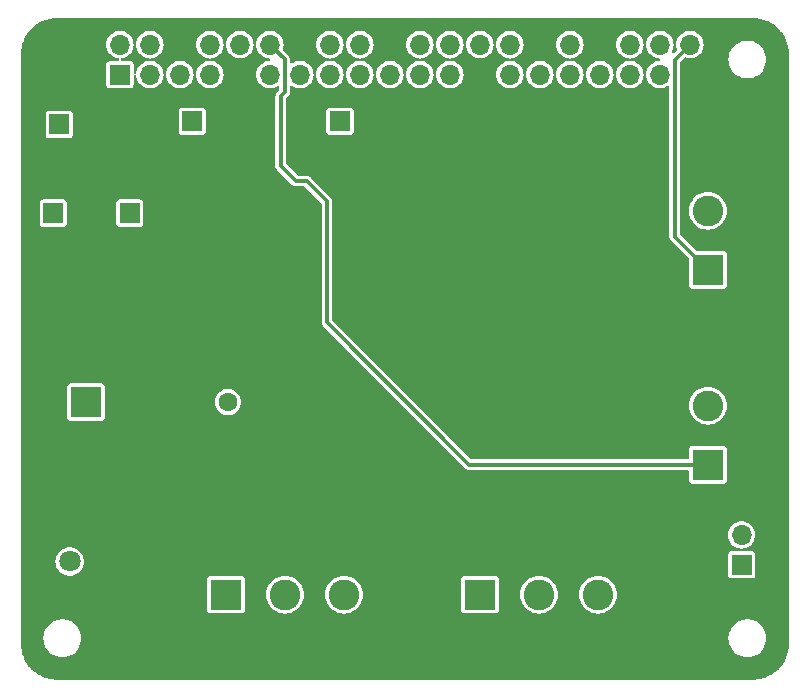
<source format=gbr>
%TF.GenerationSoftware,KiCad,Pcbnew,7.0.1*%
%TF.CreationDate,2024-01-31T00:22:47-07:00*%
%TF.ProjectId,Portal Gun PiHAT,506f7274-616c-4204-9775-6e2050694841,rev?*%
%TF.SameCoordinates,Original*%
%TF.FileFunction,Copper,L2,Bot*%
%TF.FilePolarity,Positive*%
%FSLAX46Y46*%
G04 Gerber Fmt 4.6, Leading zero omitted, Abs format (unit mm)*
G04 Created by KiCad (PCBNEW 7.0.1) date 2024-01-31 00:22:47*
%MOMM*%
%LPD*%
G01*
G04 APERTURE LIST*
%TA.AperFunction,ComponentPad*%
%ADD10R,1.700000X1.700000*%
%TD*%
%TA.AperFunction,ComponentPad*%
%ADD11O,1.700000X1.700000*%
%TD*%
%TA.AperFunction,ComponentPad*%
%ADD12R,1.800000X1.800000*%
%TD*%
%TA.AperFunction,ComponentPad*%
%ADD13C,1.800000*%
%TD*%
%TA.AperFunction,ComponentPad*%
%ADD14R,2.600000X2.600000*%
%TD*%
%TA.AperFunction,ComponentPad*%
%ADD15C,2.600000*%
%TD*%
%TA.AperFunction,ComponentPad*%
%ADD16C,1.600000*%
%TD*%
%TA.AperFunction,Conductor*%
%ADD17C,1.000000*%
%TD*%
%TA.AperFunction,Conductor*%
%ADD18C,0.300000*%
%TD*%
G04 APERTURE END LIST*
D10*
%TO.P,J1,1,Pin_1*%
%TO.N,+5V*%
X102725000Y-60500000D03*
D11*
%TO.P,J1,2,Pin_2*%
%TO.N,GND*%
X105265000Y-60500000D03*
%TD*%
D10*
%TO.P,SW2,1,1*%
%TO.N,GPIO_SPARE_2*%
X114500000Y-52725000D03*
D11*
%TO.P,SW2,2,2*%
%TO.N,GND*%
X114500000Y-55265000D03*
%TD*%
D12*
%TO.P,D1,1,K*%
%TO.N,GND*%
X101575000Y-90000000D03*
D13*
%TO.P,D1,2,A*%
%TO.N,Net-(D1-A)*%
X104115000Y-90000000D03*
%TD*%
D14*
%TO.P,J6,1,Pin_1*%
%TO.N,LED_FWD_GPIO*%
X158150000Y-65300000D03*
D15*
%TO.P,J6,2,Pin_2*%
%TO.N,LED_PWR*%
X158150000Y-60300000D03*
%TO.P,J6,3,Pin_3*%
%TO.N,GND*%
X158150000Y-55300000D03*
%TD*%
D14*
%TO.P,J8,1,Pin_1*%
%TO.N,+5V*%
X117350000Y-92800000D03*
D15*
%TO.P,J8,2,Pin_2*%
X122350000Y-92800000D03*
%TO.P,J8,3,Pin_3*%
%TO.N,PB2_GPIO_WHT*%
X127350000Y-92800000D03*
%TO.P,J8,4,Pin_4*%
%TO.N,GND*%
X132350000Y-92800000D03*
%TD*%
D14*
%TO.P,J2,1,Pin_1*%
%TO.N,VIN*%
X105500000Y-76500000D03*
D15*
%TO.P,J2,2,Pin_2*%
%TO.N,GND*%
X105500000Y-81500000D03*
%TD*%
D16*
%TO.P,C1,1*%
%TO.N,VIN*%
X117500000Y-76500000D03*
%TO.P,C1,2*%
%TO.N,GND*%
X117500000Y-81500000D03*
%TD*%
D10*
%TO.P,J4,1,Pin_1*%
%TO.N,+3V3*%
X109200000Y-60500000D03*
D11*
%TO.P,J4,2,Pin_2*%
%TO.N,GND*%
X111740000Y-60500000D03*
%TD*%
D14*
%TO.P,J9,1,Pin_1*%
%TO.N,LED_AFT_GPIO*%
X158150000Y-81800000D03*
D15*
%TO.P,J9,2,Pin_2*%
%TO.N,LED_PWR*%
X158150000Y-76800000D03*
%TO.P,J9,3,Pin_3*%
%TO.N,GND*%
X158150000Y-71800000D03*
%TD*%
D10*
%TO.P,J5,1,Pin_1*%
%TO.N,+5V*%
X103225000Y-53000000D03*
D11*
%TO.P,J5,2,Pin_2*%
%TO.N,GND*%
X105765000Y-53000000D03*
%TD*%
D14*
%TO.P,J7,1,Pin_1*%
%TO.N,+5V*%
X138850000Y-92800000D03*
D15*
%TO.P,J7,2,Pin_2*%
X143850000Y-92800000D03*
%TO.P,J7,3,Pin_3*%
%TO.N,PB1_GPIO_WHT*%
X148850000Y-92800000D03*
%TO.P,J7,4,Pin_4*%
%TO.N,GND*%
X153850000Y-92800000D03*
%TD*%
D10*
%TO.P,SW1,1,1*%
%TO.N,GPIO_SPARE_1*%
X127000000Y-52725000D03*
D11*
%TO.P,SW1,2,2*%
%TO.N,GND*%
X127000000Y-55265000D03*
%TD*%
D10*
%TO.P,SW3,1*%
%TO.N,+5V*%
X161000000Y-90275000D03*
D11*
%TO.P,SW3,2*%
%TO.N,LED_PWR*%
X161000000Y-87735000D03*
%TD*%
D10*
%TO.P,J3,1,Pin_1*%
%TO.N,+3V3*%
X108370000Y-48770000D03*
D11*
%TO.P,J3,2,Pin_2*%
%TO.N,+5V*%
X108370000Y-46230000D03*
%TO.P,J3,3,Pin_3*%
%TO.N,GPIO_SPARE_2*%
X110910000Y-48770000D03*
%TO.P,J3,4,Pin_4*%
%TO.N,+5V*%
X110910000Y-46230000D03*
%TO.P,J3,5,Pin_5*%
%TO.N,/GPIO3{slash}SCL1*%
X113450000Y-48770000D03*
%TO.P,J3,6,Pin_6*%
%TO.N,GND*%
X113450000Y-46230000D03*
%TO.P,J3,7,Pin_7*%
%TO.N,/GPIO4{slash}GPCLK0*%
X115990000Y-48770000D03*
%TO.P,J3,8,Pin_8*%
%TO.N,/GPIO14{slash}TXD0*%
X115990000Y-46230000D03*
%TO.P,J3,9,Pin_9*%
%TO.N,GND*%
X118530000Y-48770000D03*
%TO.P,J3,10,Pin_10*%
%TO.N,PB2_GPIO_WHT*%
X118530000Y-46230000D03*
%TO.P,J3,11,Pin_11*%
%TO.N,PB1_GPIO_WHT*%
X121070000Y-48770000D03*
%TO.P,J3,12,Pin_12*%
%TO.N,LED_AFT_GPIO*%
X121070000Y-46230000D03*
%TO.P,J3,13,Pin_13*%
%TO.N,GPIO_SPARE_1*%
X123610000Y-48770000D03*
%TO.P,J3,14,Pin_14*%
%TO.N,GND*%
X123610000Y-46230000D03*
%TO.P,J3,15,Pin_15*%
%TO.N,/GPIO22*%
X126150000Y-48770000D03*
%TO.P,J3,16,Pin_16*%
%TO.N,/GPIO23*%
X126150000Y-46230000D03*
%TO.P,J3,17,Pin_17*%
%TO.N,+3V3*%
X128690000Y-48770000D03*
%TO.P,J3,18,Pin_18*%
%TO.N,/GPIO24*%
X128690000Y-46230000D03*
%TO.P,J3,19,Pin_19*%
%TO.N,/GPIO10{slash}SPI0.MOSI*%
X131230000Y-48770000D03*
%TO.P,J3,20,Pin_20*%
%TO.N,GND*%
X131230000Y-46230000D03*
%TO.P,J3,21,Pin_21*%
%TO.N,/GPIO9{slash}SPI0.MISO*%
X133770000Y-48770000D03*
%TO.P,J3,22,Pin_22*%
%TO.N,/GPIO25*%
X133770000Y-46230000D03*
%TO.P,J3,23,Pin_23*%
%TO.N,/GPIO11{slash}SPI0.SCLK*%
X136310000Y-48770000D03*
%TO.P,J3,24,Pin_24*%
%TO.N,/GPIO8{slash}SPI0.CE0*%
X136310000Y-46230000D03*
%TO.P,J3,25,Pin_25*%
%TO.N,GND*%
X138850000Y-48770000D03*
%TO.P,J3,26,Pin_26*%
%TO.N,/GPIO7{slash}SPI0.CE1*%
X138850000Y-46230000D03*
%TO.P,J3,27,Pin_27*%
%TO.N,/ID_SDA*%
X141390000Y-48770000D03*
%TO.P,J3,28,Pin_28*%
%TO.N,/ID_SCL*%
X141390000Y-46230000D03*
%TO.P,J3,29,Pin_29*%
%TO.N,/GPIO5*%
X143930000Y-48770000D03*
%TO.P,J3,30,Pin_30*%
%TO.N,GND*%
X143930000Y-46230000D03*
%TO.P,J3,31,Pin_31*%
%TO.N,/GPIO6*%
X146470000Y-48770000D03*
%TO.P,J3,32,Pin_32*%
%TO.N,/GPIO12{slash}PWM0*%
X146470000Y-46230000D03*
%TO.P,J3,33,Pin_33*%
%TO.N,/GPIO13{slash}PWM1*%
X149010000Y-48770000D03*
%TO.P,J3,34,Pin_34*%
%TO.N,GND*%
X149010000Y-46230000D03*
%TO.P,J3,35,Pin_35*%
%TO.N,/GPIO19{slash}PCM.FS*%
X151550000Y-48770000D03*
%TO.P,J3,36,Pin_36*%
%TO.N,/GPIO16*%
X151550000Y-46230000D03*
%TO.P,J3,37,Pin_37*%
%TO.N,/GPIO26*%
X154090000Y-48770000D03*
%TO.P,J3,38,Pin_38*%
%TO.N,/GPIO20{slash}PCM.DIN*%
X154090000Y-46230000D03*
%TO.P,J3,39,Pin_39*%
%TO.N,GND*%
X156630000Y-48770000D03*
%TO.P,J3,40,Pin_40*%
%TO.N,LED_FWD_GPIO*%
X156630000Y-46230000D03*
%TD*%
D17*
%TO.N,GND*%
X132350000Y-92800000D02*
X121050000Y-81500000D01*
X105500000Y-81500000D02*
X117500000Y-81500000D01*
X135700000Y-89450000D02*
X150500000Y-89450000D01*
X121050000Y-81500000D02*
X117500000Y-81500000D01*
X132350000Y-92800000D02*
X135700000Y-89450000D01*
X150500000Y-89450000D02*
X153850000Y-92800000D01*
D18*
%TO.N,LED_AFT_GPIO*%
X122325000Y-50275000D02*
X121975000Y-50625000D01*
X125900000Y-69750000D02*
X137950000Y-81800000D01*
X121070000Y-46230000D02*
X122325000Y-47485000D01*
X122325000Y-47485000D02*
X122325000Y-50275000D01*
X121975000Y-56475000D02*
X123300000Y-57800000D01*
X125900000Y-59500000D02*
X125900000Y-69750000D01*
X124200000Y-57800000D02*
X125900000Y-59500000D01*
X137950000Y-81800000D02*
X158150000Y-81800000D01*
X123300000Y-57800000D02*
X124200000Y-57800000D01*
X121975000Y-50625000D02*
X121975000Y-56475000D01*
%TO.N,LED_FWD_GPIO*%
X155350000Y-62500000D02*
X158150000Y-65300000D01*
X155350000Y-47510000D02*
X155350000Y-62500000D01*
X156630000Y-46230000D02*
X155350000Y-47510000D01*
%TD*%
%TA.AperFunction,Conductor*%
%TO.N,GND*%
G36*
X162003243Y-44000669D02*
G01*
X162133379Y-44007490D01*
X162313908Y-44017628D01*
X162326309Y-44018955D01*
X162474990Y-44042504D01*
X162476245Y-44042709D01*
X162635324Y-44069738D01*
X162646606Y-44072202D01*
X162795635Y-44112134D01*
X162797761Y-44112725D01*
X162949174Y-44156347D01*
X162959260Y-44159729D01*
X163104710Y-44215562D01*
X163107599Y-44216714D01*
X163251768Y-44276430D01*
X163260594Y-44280500D01*
X163400064Y-44351565D01*
X163403748Y-44353521D01*
X163493848Y-44403316D01*
X163539548Y-44428574D01*
X163547061Y-44433081D01*
X163678754Y-44518604D01*
X163682947Y-44521452D01*
X163809147Y-44610996D01*
X163815428Y-44615759D01*
X163937567Y-44714665D01*
X163942158Y-44718571D01*
X164057424Y-44821579D01*
X164062478Y-44826358D01*
X164173640Y-44937520D01*
X164178419Y-44942574D01*
X164281427Y-45057840D01*
X164285333Y-45062431D01*
X164384239Y-45184570D01*
X164389002Y-45190851D01*
X164478546Y-45317051D01*
X164481409Y-45321266D01*
X164566907Y-45452921D01*
X164571430Y-45460460D01*
X164646477Y-45596250D01*
X164648433Y-45599934D01*
X164719498Y-45739404D01*
X164723575Y-45748247D01*
X164783259Y-45892337D01*
X164784462Y-45895353D01*
X164840265Y-46040727D01*
X164843655Y-46050836D01*
X164887258Y-46202185D01*
X164887879Y-46204419D01*
X164927791Y-46353370D01*
X164930264Y-46364694D01*
X164957282Y-46523715D01*
X164957507Y-46525087D01*
X164981040Y-46673666D01*
X164982372Y-46686111D01*
X164992498Y-46866421D01*
X164992523Y-46866884D01*
X164999330Y-46996757D01*
X164999500Y-47003247D01*
X164999500Y-96996753D01*
X164999330Y-97003243D01*
X164992523Y-97133114D01*
X164992498Y-97133577D01*
X164982372Y-97313887D01*
X164981040Y-97326332D01*
X164957507Y-97474911D01*
X164957282Y-97476283D01*
X164930264Y-97635304D01*
X164927791Y-97646628D01*
X164887879Y-97795579D01*
X164887258Y-97797813D01*
X164843655Y-97949162D01*
X164840265Y-97959271D01*
X164784462Y-98104645D01*
X164783259Y-98107661D01*
X164723575Y-98251751D01*
X164719498Y-98260594D01*
X164648433Y-98400064D01*
X164646477Y-98403748D01*
X164571430Y-98539538D01*
X164566897Y-98547094D01*
X164481412Y-98678728D01*
X164478546Y-98682947D01*
X164389002Y-98809147D01*
X164384239Y-98815428D01*
X164285333Y-98937567D01*
X164281427Y-98942158D01*
X164178419Y-99057424D01*
X164173640Y-99062478D01*
X164062478Y-99173640D01*
X164057424Y-99178419D01*
X163942158Y-99281427D01*
X163937567Y-99285333D01*
X163815428Y-99384239D01*
X163809147Y-99389002D01*
X163682947Y-99478546D01*
X163678728Y-99481412D01*
X163547094Y-99566897D01*
X163539538Y-99571430D01*
X163403748Y-99646477D01*
X163400064Y-99648433D01*
X163260594Y-99719498D01*
X163251751Y-99723575D01*
X163107661Y-99783259D01*
X163104645Y-99784462D01*
X162959271Y-99840265D01*
X162949162Y-99843655D01*
X162797813Y-99887258D01*
X162795579Y-99887879D01*
X162646628Y-99927791D01*
X162635304Y-99930264D01*
X162476283Y-99957282D01*
X162474911Y-99957507D01*
X162326332Y-99981040D01*
X162313887Y-99982372D01*
X162133577Y-99992498D01*
X162133114Y-99992523D01*
X162003243Y-99999330D01*
X161996753Y-99999500D01*
X103003247Y-99999500D01*
X102996757Y-99999330D01*
X102866884Y-99992523D01*
X102866421Y-99992498D01*
X102686111Y-99982372D01*
X102673666Y-99981040D01*
X102525087Y-99957507D01*
X102523715Y-99957282D01*
X102364694Y-99930264D01*
X102353370Y-99927791D01*
X102204419Y-99887879D01*
X102202185Y-99887258D01*
X102050836Y-99843655D01*
X102040727Y-99840265D01*
X101895353Y-99784462D01*
X101892337Y-99783259D01*
X101748247Y-99723575D01*
X101739404Y-99719498D01*
X101599934Y-99648433D01*
X101596250Y-99646477D01*
X101460460Y-99571430D01*
X101452921Y-99566907D01*
X101321266Y-99481409D01*
X101317051Y-99478546D01*
X101190851Y-99389002D01*
X101184570Y-99384239D01*
X101062431Y-99285333D01*
X101057840Y-99281427D01*
X100942574Y-99178419D01*
X100937520Y-99173640D01*
X100826358Y-99062478D01*
X100821579Y-99057424D01*
X100718571Y-98942158D01*
X100714665Y-98937567D01*
X100615759Y-98815428D01*
X100610996Y-98809147D01*
X100521452Y-98682947D01*
X100518604Y-98678754D01*
X100433081Y-98547061D01*
X100428568Y-98539538D01*
X100353521Y-98403748D01*
X100351565Y-98400064D01*
X100280500Y-98260594D01*
X100276430Y-98251768D01*
X100216714Y-98107599D01*
X100215562Y-98104710D01*
X100159729Y-97959260D01*
X100156347Y-97949174D01*
X100112725Y-97797761D01*
X100112134Y-97795635D01*
X100072202Y-97646606D01*
X100069738Y-97635324D01*
X100042709Y-97476245D01*
X100042491Y-97474911D01*
X100018955Y-97326309D01*
X100017628Y-97313908D01*
X100007485Y-97133285D01*
X100007476Y-97133114D01*
X100000669Y-97003243D01*
X100000500Y-96996755D01*
X100000500Y-96500000D01*
X101894551Y-96500000D01*
X101914317Y-96751149D01*
X101973126Y-96996110D01*
X102021330Y-97112484D01*
X102069534Y-97228859D01*
X102201164Y-97443659D01*
X102364776Y-97635224D01*
X102556341Y-97798836D01*
X102771141Y-97930466D01*
X103003889Y-98026873D01*
X103248852Y-98085683D01*
X103437118Y-98100500D01*
X103562879Y-98100500D01*
X103562882Y-98100500D01*
X103751148Y-98085683D01*
X103996111Y-98026873D01*
X104228859Y-97930466D01*
X104443659Y-97798836D01*
X104635224Y-97635224D01*
X104798836Y-97443659D01*
X104930466Y-97228859D01*
X105026873Y-96996111D01*
X105085683Y-96751148D01*
X105105449Y-96500000D01*
X159894551Y-96500000D01*
X159914317Y-96751149D01*
X159973126Y-96996110D01*
X160021330Y-97112485D01*
X160069534Y-97228859D01*
X160201164Y-97443659D01*
X160364776Y-97635224D01*
X160556341Y-97798836D01*
X160771141Y-97930466D01*
X161003889Y-98026873D01*
X161248852Y-98085683D01*
X161437118Y-98100500D01*
X161562879Y-98100500D01*
X161562882Y-98100500D01*
X161751148Y-98085683D01*
X161996111Y-98026873D01*
X162228859Y-97930466D01*
X162443659Y-97798836D01*
X162635224Y-97635224D01*
X162798836Y-97443659D01*
X162930466Y-97228859D01*
X163026873Y-96996111D01*
X163085683Y-96751148D01*
X163105449Y-96500000D01*
X163085683Y-96248852D01*
X163026873Y-96003889D01*
X162930466Y-95771141D01*
X162798836Y-95556341D01*
X162635224Y-95364776D01*
X162443659Y-95201164D01*
X162228859Y-95069534D01*
X162112485Y-95021330D01*
X161996110Y-94973126D01*
X161751149Y-94914317D01*
X161704081Y-94910612D01*
X161562882Y-94899500D01*
X161437118Y-94899500D01*
X161324158Y-94908390D01*
X161248850Y-94914317D01*
X161003889Y-94973126D01*
X160771139Y-95069535D01*
X160556342Y-95201163D01*
X160364776Y-95364776D01*
X160201163Y-95556342D01*
X160069535Y-95771139D01*
X159973126Y-96003889D01*
X159914317Y-96248850D01*
X159894551Y-96500000D01*
X105105449Y-96500000D01*
X105085683Y-96248852D01*
X105026873Y-96003889D01*
X104930466Y-95771141D01*
X104798836Y-95556341D01*
X104635224Y-95364776D01*
X104443659Y-95201164D01*
X104228859Y-95069534D01*
X104112485Y-95021330D01*
X103996110Y-94973126D01*
X103751149Y-94914317D01*
X103704081Y-94910612D01*
X103562882Y-94899500D01*
X103437118Y-94899500D01*
X103324158Y-94908390D01*
X103248850Y-94914317D01*
X103003889Y-94973126D01*
X102771139Y-95069535D01*
X102556342Y-95201163D01*
X102364776Y-95364776D01*
X102201163Y-95556342D01*
X102069535Y-95771139D01*
X101973126Y-96003889D01*
X101914317Y-96248850D01*
X101894551Y-96500000D01*
X100000500Y-96500000D01*
X100000500Y-94144867D01*
X115749500Y-94144867D01*
X115752414Y-94169988D01*
X115752414Y-94169990D01*
X115752415Y-94169991D01*
X115779117Y-94230466D01*
X115797795Y-94272767D01*
X115877232Y-94352204D01*
X115877233Y-94352204D01*
X115877235Y-94352206D01*
X115980009Y-94397585D01*
X116005135Y-94400500D01*
X118694864Y-94400499D01*
X118694867Y-94400499D01*
X118707427Y-94399041D01*
X118719991Y-94397585D01*
X118822765Y-94352206D01*
X118902206Y-94272765D01*
X118947585Y-94169991D01*
X118950500Y-94144865D01*
X118950499Y-92800000D01*
X120744551Y-92800000D01*
X120764317Y-93051149D01*
X120823126Y-93296110D01*
X120871330Y-93412484D01*
X120919534Y-93528859D01*
X121051164Y-93743659D01*
X121214776Y-93935224D01*
X121406341Y-94098836D01*
X121621141Y-94230466D01*
X121853889Y-94326873D01*
X122098852Y-94385683D01*
X122350000Y-94405449D01*
X122601148Y-94385683D01*
X122846111Y-94326873D01*
X123078859Y-94230466D01*
X123293659Y-94098836D01*
X123485224Y-93935224D01*
X123648836Y-93743659D01*
X123780466Y-93528859D01*
X123876873Y-93296111D01*
X123935683Y-93051148D01*
X123955449Y-92800000D01*
X125744551Y-92800000D01*
X125764317Y-93051149D01*
X125823126Y-93296110D01*
X125871330Y-93412484D01*
X125919534Y-93528859D01*
X126051164Y-93743659D01*
X126214776Y-93935224D01*
X126406341Y-94098836D01*
X126621141Y-94230466D01*
X126853889Y-94326873D01*
X127098852Y-94385683D01*
X127350000Y-94405449D01*
X127601148Y-94385683D01*
X127846111Y-94326873D01*
X128078859Y-94230466D01*
X128218543Y-94144867D01*
X137249500Y-94144867D01*
X137252414Y-94169988D01*
X137252414Y-94169990D01*
X137252415Y-94169991D01*
X137279117Y-94230466D01*
X137297795Y-94272767D01*
X137377232Y-94352204D01*
X137377233Y-94352204D01*
X137377235Y-94352206D01*
X137480009Y-94397585D01*
X137505135Y-94400500D01*
X140194864Y-94400499D01*
X140194867Y-94400499D01*
X140207427Y-94399041D01*
X140219991Y-94397585D01*
X140322765Y-94352206D01*
X140402206Y-94272765D01*
X140447585Y-94169991D01*
X140450500Y-94144865D01*
X140450499Y-92799999D01*
X142244551Y-92799999D01*
X142264317Y-93051149D01*
X142323126Y-93296110D01*
X142371330Y-93412484D01*
X142419534Y-93528859D01*
X142551164Y-93743659D01*
X142714776Y-93935224D01*
X142906341Y-94098836D01*
X143121141Y-94230466D01*
X143353889Y-94326873D01*
X143598852Y-94385683D01*
X143850000Y-94405449D01*
X144101148Y-94385683D01*
X144346111Y-94326873D01*
X144578859Y-94230466D01*
X144793659Y-94098836D01*
X144985224Y-93935224D01*
X145148836Y-93743659D01*
X145280466Y-93528859D01*
X145376873Y-93296111D01*
X145435683Y-93051148D01*
X145455449Y-92800000D01*
X145455449Y-92799999D01*
X147244551Y-92799999D01*
X147264317Y-93051149D01*
X147323126Y-93296110D01*
X147371330Y-93412484D01*
X147419534Y-93528859D01*
X147551164Y-93743659D01*
X147714776Y-93935224D01*
X147906341Y-94098836D01*
X148121141Y-94230466D01*
X148353889Y-94326873D01*
X148598852Y-94385683D01*
X148850000Y-94405449D01*
X149101148Y-94385683D01*
X149346111Y-94326873D01*
X149578859Y-94230466D01*
X149793659Y-94098836D01*
X149985224Y-93935224D01*
X150148836Y-93743659D01*
X150280466Y-93528859D01*
X150376873Y-93296111D01*
X150435683Y-93051148D01*
X150455449Y-92800000D01*
X150435683Y-92548852D01*
X150376873Y-92303889D01*
X150280466Y-92071141D01*
X150148836Y-91856341D01*
X149985224Y-91664776D01*
X149793659Y-91501164D01*
X149578859Y-91369534D01*
X149462484Y-91321330D01*
X149346110Y-91273126D01*
X149101149Y-91214317D01*
X148850000Y-91194551D01*
X148598850Y-91214317D01*
X148353889Y-91273126D01*
X148121139Y-91369535D01*
X147906342Y-91501163D01*
X147714776Y-91664776D01*
X147551163Y-91856342D01*
X147419535Y-92071139D01*
X147323126Y-92303889D01*
X147264317Y-92548850D01*
X147244551Y-92799999D01*
X145455449Y-92799999D01*
X145435683Y-92548852D01*
X145376873Y-92303889D01*
X145280466Y-92071141D01*
X145148836Y-91856341D01*
X144985224Y-91664776D01*
X144793659Y-91501164D01*
X144578859Y-91369534D01*
X144462484Y-91321330D01*
X144346110Y-91273126D01*
X144101149Y-91214317D01*
X143850000Y-91194551D01*
X143598850Y-91214317D01*
X143353889Y-91273126D01*
X143121139Y-91369535D01*
X142906342Y-91501163D01*
X142714776Y-91664776D01*
X142551163Y-91856342D01*
X142419535Y-92071139D01*
X142323126Y-92303889D01*
X142264317Y-92548850D01*
X142244551Y-92799999D01*
X140450499Y-92799999D01*
X140450499Y-91455136D01*
X140447585Y-91430009D01*
X140402206Y-91327235D01*
X140402204Y-91327233D01*
X140402204Y-91327232D01*
X140322767Y-91247795D01*
X140322765Y-91247794D01*
X140219991Y-91202415D01*
X140194865Y-91199500D01*
X140194863Y-91199500D01*
X137505132Y-91199500D01*
X137480011Y-91202414D01*
X137377232Y-91247795D01*
X137297795Y-91327232D01*
X137252415Y-91430009D01*
X137249500Y-91455136D01*
X137249500Y-94144867D01*
X128218543Y-94144867D01*
X128293659Y-94098836D01*
X128485224Y-93935224D01*
X128648836Y-93743659D01*
X128780466Y-93528859D01*
X128876873Y-93296111D01*
X128935683Y-93051148D01*
X128955449Y-92800000D01*
X128935683Y-92548852D01*
X128876873Y-92303889D01*
X128780466Y-92071141D01*
X128648836Y-91856341D01*
X128485224Y-91664776D01*
X128293659Y-91501164D01*
X128078859Y-91369534D01*
X127962484Y-91321330D01*
X127846110Y-91273126D01*
X127601149Y-91214317D01*
X127350000Y-91194551D01*
X127098850Y-91214317D01*
X126853889Y-91273126D01*
X126621139Y-91369535D01*
X126406342Y-91501163D01*
X126214776Y-91664776D01*
X126051163Y-91856342D01*
X125919535Y-92071139D01*
X125823126Y-92303889D01*
X125764317Y-92548850D01*
X125744551Y-92800000D01*
X123955449Y-92800000D01*
X123935683Y-92548852D01*
X123876873Y-92303889D01*
X123780466Y-92071141D01*
X123648836Y-91856341D01*
X123485224Y-91664776D01*
X123293659Y-91501164D01*
X123078859Y-91369534D01*
X122962484Y-91321330D01*
X122846110Y-91273126D01*
X122601149Y-91214317D01*
X122350000Y-91194551D01*
X122098850Y-91214317D01*
X121853889Y-91273126D01*
X121621139Y-91369535D01*
X121406342Y-91501163D01*
X121214776Y-91664776D01*
X121051163Y-91856342D01*
X120919535Y-92071139D01*
X120823126Y-92303889D01*
X120764317Y-92548850D01*
X120744551Y-92800000D01*
X118950499Y-92800000D01*
X118950499Y-91455136D01*
X118947585Y-91430009D01*
X118902206Y-91327235D01*
X118902204Y-91327233D01*
X118902204Y-91327232D01*
X118822767Y-91247795D01*
X118822765Y-91247794D01*
X118719991Y-91202415D01*
X118694865Y-91199500D01*
X118694863Y-91199500D01*
X116005132Y-91199500D01*
X115980011Y-91202414D01*
X115877232Y-91247795D01*
X115797795Y-91327232D01*
X115752415Y-91430009D01*
X115749500Y-91455136D01*
X115749500Y-94144867D01*
X100000500Y-94144867D01*
X100000500Y-90000000D01*
X102909357Y-90000000D01*
X102929885Y-90221537D01*
X102990769Y-90435526D01*
X103089941Y-90634688D01*
X103224019Y-90812237D01*
X103388437Y-90962124D01*
X103577595Y-91079245D01*
X103577597Y-91079245D01*
X103577599Y-91079247D01*
X103785060Y-91159618D01*
X104003757Y-91200500D01*
X104226241Y-91200500D01*
X104226243Y-91200500D01*
X104444940Y-91159618D01*
X104652401Y-91079247D01*
X104841562Y-90962124D01*
X105005981Y-90812236D01*
X105140058Y-90634689D01*
X105239229Y-90435528D01*
X105300115Y-90221536D01*
X105320643Y-90000000D01*
X105300115Y-89778464D01*
X105277227Y-89698021D01*
X105239230Y-89564473D01*
X105140058Y-89365311D01*
X105005980Y-89187762D01*
X104841562Y-89037875D01*
X104652404Y-88920754D01*
X104543620Y-88878611D01*
X104444940Y-88840382D01*
X104226243Y-88799500D01*
X104003757Y-88799500D01*
X103785059Y-88840382D01*
X103785060Y-88840382D01*
X103577595Y-88920754D01*
X103388437Y-89037875D01*
X103224019Y-89187762D01*
X103089941Y-89365311D01*
X102990769Y-89564473D01*
X102929885Y-89778462D01*
X102909357Y-90000000D01*
X100000500Y-90000000D01*
X100000500Y-87735000D01*
X159844571Y-87735000D01*
X159864243Y-87947310D01*
X159922595Y-88152390D01*
X160017631Y-88343252D01*
X160146126Y-88513405D01*
X160146128Y-88513407D01*
X160303698Y-88657052D01*
X160484981Y-88769298D01*
X160683802Y-88846321D01*
X160856546Y-88878612D01*
X160911496Y-88903894D01*
X160947950Y-88952166D01*
X160957229Y-89011941D01*
X160937125Y-89068993D01*
X160892422Y-89109745D01*
X160833758Y-89124500D01*
X160105132Y-89124500D01*
X160080011Y-89127414D01*
X159977232Y-89172795D01*
X159897795Y-89252232D01*
X159852415Y-89355009D01*
X159849500Y-89380136D01*
X159849500Y-91169867D01*
X159852414Y-91194988D01*
X159852414Y-91194990D01*
X159852415Y-91194991D01*
X159875730Y-91247794D01*
X159897795Y-91297767D01*
X159977232Y-91377204D01*
X159977233Y-91377204D01*
X159977235Y-91377206D01*
X160080009Y-91422585D01*
X160105135Y-91425500D01*
X161894864Y-91425499D01*
X161894867Y-91425499D01*
X161907427Y-91424042D01*
X161919991Y-91422585D01*
X162022765Y-91377206D01*
X162102206Y-91297765D01*
X162147585Y-91194991D01*
X162150500Y-91169865D01*
X162150499Y-89380136D01*
X162147585Y-89355009D01*
X162102206Y-89252235D01*
X162102204Y-89252233D01*
X162102204Y-89252232D01*
X162022767Y-89172795D01*
X162022765Y-89172794D01*
X161919991Y-89127415D01*
X161894864Y-89124500D01*
X161166242Y-89124500D01*
X161107578Y-89109746D01*
X161062875Y-89068993D01*
X161042771Y-89011941D01*
X161052050Y-88952167D01*
X161088503Y-88903894D01*
X161143453Y-88878612D01*
X161316198Y-88846321D01*
X161515019Y-88769298D01*
X161696302Y-88657052D01*
X161853872Y-88513407D01*
X161982366Y-88343255D01*
X161982366Y-88343253D01*
X161982368Y-88343252D01*
X162030080Y-88247430D01*
X162077405Y-88152389D01*
X162135756Y-87947310D01*
X162155429Y-87735000D01*
X162135756Y-87522690D01*
X162077405Y-87317611D01*
X162077014Y-87316827D01*
X161982368Y-87126747D01*
X161853873Y-86956594D01*
X161696301Y-86812947D01*
X161515017Y-86700701D01*
X161316198Y-86623679D01*
X161106610Y-86584500D01*
X160893390Y-86584500D01*
X160753664Y-86610619D01*
X160683801Y-86623679D01*
X160484982Y-86700701D01*
X160303698Y-86812947D01*
X160146126Y-86956594D01*
X160017631Y-87126747D01*
X159922595Y-87317609D01*
X159864243Y-87522689D01*
X159844571Y-87735000D01*
X100000500Y-87735000D01*
X100000500Y-77844867D01*
X103899500Y-77844867D01*
X103902414Y-77869988D01*
X103947795Y-77972767D01*
X104027232Y-78052204D01*
X104027233Y-78052204D01*
X104027235Y-78052206D01*
X104130009Y-78097585D01*
X104155135Y-78100500D01*
X106844864Y-78100499D01*
X106844867Y-78100499D01*
X106857427Y-78099042D01*
X106869991Y-78097585D01*
X106972765Y-78052206D01*
X107052206Y-77972765D01*
X107097585Y-77869991D01*
X107100500Y-77844865D01*
X107100499Y-76500000D01*
X116394785Y-76500000D01*
X116413602Y-76703083D01*
X116469418Y-76899251D01*
X116560324Y-77081818D01*
X116683236Y-77244580D01*
X116833958Y-77381981D01*
X117007361Y-77489347D01*
X117007363Y-77489348D01*
X117197544Y-77563024D01*
X117398024Y-77600500D01*
X117601974Y-77600500D01*
X117601976Y-77600500D01*
X117802456Y-77563024D01*
X117992637Y-77489348D01*
X118166041Y-77381981D01*
X118316764Y-77244579D01*
X118439673Y-77081821D01*
X118439673Y-77081819D01*
X118439675Y-77081818D01*
X118485313Y-76990161D01*
X118530582Y-76899250D01*
X118586397Y-76703083D01*
X118605215Y-76500000D01*
X118586397Y-76296917D01*
X118530582Y-76100750D01*
X118515838Y-76071139D01*
X118439675Y-75918181D01*
X118316763Y-75755419D01*
X118166041Y-75618018D01*
X117992638Y-75510652D01*
X117802457Y-75436976D01*
X117735629Y-75424483D01*
X117601976Y-75399500D01*
X117398024Y-75399500D01*
X117297783Y-75418238D01*
X117197542Y-75436976D01*
X117007361Y-75510652D01*
X116833958Y-75618018D01*
X116683236Y-75755419D01*
X116560324Y-75918181D01*
X116469418Y-76100748D01*
X116413602Y-76296916D01*
X116394785Y-76500000D01*
X107100499Y-76500000D01*
X107100499Y-75155136D01*
X107097585Y-75130009D01*
X107052206Y-75027235D01*
X107052204Y-75027233D01*
X107052204Y-75027232D01*
X106972767Y-74947795D01*
X106972765Y-74947794D01*
X106869991Y-74902415D01*
X106844865Y-74899500D01*
X106844863Y-74899500D01*
X104155132Y-74899500D01*
X104130011Y-74902414D01*
X104027232Y-74947795D01*
X103947795Y-75027232D01*
X103902415Y-75130009D01*
X103899500Y-75155136D01*
X103899500Y-77844867D01*
X100000500Y-77844867D01*
X100000500Y-61394867D01*
X101574500Y-61394867D01*
X101577414Y-61419988D01*
X101622795Y-61522767D01*
X101702232Y-61602204D01*
X101702233Y-61602204D01*
X101702235Y-61602206D01*
X101805009Y-61647585D01*
X101830135Y-61650500D01*
X103619864Y-61650499D01*
X103619867Y-61650499D01*
X103632427Y-61649042D01*
X103644991Y-61647585D01*
X103747765Y-61602206D01*
X103827206Y-61522765D01*
X103872585Y-61419991D01*
X103875500Y-61394867D01*
X108049500Y-61394867D01*
X108052414Y-61419988D01*
X108097795Y-61522767D01*
X108177232Y-61602204D01*
X108177233Y-61602204D01*
X108177235Y-61602206D01*
X108280009Y-61647585D01*
X108305135Y-61650500D01*
X110094864Y-61650499D01*
X110094867Y-61650499D01*
X110107427Y-61649042D01*
X110119991Y-61647585D01*
X110222765Y-61602206D01*
X110302206Y-61522765D01*
X110347585Y-61419991D01*
X110350500Y-61394865D01*
X110350499Y-59605136D01*
X110347585Y-59580009D01*
X110302206Y-59477235D01*
X110302204Y-59477233D01*
X110302204Y-59477232D01*
X110222767Y-59397795D01*
X110222765Y-59397794D01*
X110119991Y-59352415D01*
X110094865Y-59349500D01*
X110094863Y-59349500D01*
X108305132Y-59349500D01*
X108280011Y-59352414D01*
X108177232Y-59397795D01*
X108097795Y-59477232D01*
X108052415Y-59580009D01*
X108049500Y-59605136D01*
X108049500Y-61394867D01*
X103875500Y-61394867D01*
X103875500Y-61394865D01*
X103875499Y-59605136D01*
X103872585Y-59580009D01*
X103827206Y-59477235D01*
X103827204Y-59477233D01*
X103827204Y-59477232D01*
X103747767Y-59397795D01*
X103747765Y-59397794D01*
X103644991Y-59352415D01*
X103619865Y-59349500D01*
X103619863Y-59349500D01*
X101830132Y-59349500D01*
X101805011Y-59352414D01*
X101702232Y-59397795D01*
X101622795Y-59477232D01*
X101577415Y-59580009D01*
X101574500Y-59605136D01*
X101574500Y-61394867D01*
X100000500Y-61394867D01*
X100000500Y-53894867D01*
X102074500Y-53894867D01*
X102077414Y-53919988D01*
X102122795Y-54022767D01*
X102202232Y-54102204D01*
X102202233Y-54102204D01*
X102202235Y-54102206D01*
X102305009Y-54147585D01*
X102330135Y-54150500D01*
X104119864Y-54150499D01*
X104119867Y-54150499D01*
X104132427Y-54149042D01*
X104144991Y-54147585D01*
X104247765Y-54102206D01*
X104327206Y-54022765D01*
X104372585Y-53919991D01*
X104375500Y-53894865D01*
X104375500Y-53619867D01*
X113349500Y-53619867D01*
X113352414Y-53644988D01*
X113397795Y-53747767D01*
X113477232Y-53827204D01*
X113477233Y-53827204D01*
X113477235Y-53827206D01*
X113580009Y-53872585D01*
X113605135Y-53875500D01*
X115394864Y-53875499D01*
X115394867Y-53875499D01*
X115407427Y-53874042D01*
X115419991Y-53872585D01*
X115522765Y-53827206D01*
X115602206Y-53747765D01*
X115647585Y-53644991D01*
X115650500Y-53619865D01*
X115650499Y-51830136D01*
X115647585Y-51805009D01*
X115602206Y-51702235D01*
X115602204Y-51702233D01*
X115602204Y-51702232D01*
X115522767Y-51622795D01*
X115522765Y-51622794D01*
X115419991Y-51577415D01*
X115394865Y-51574500D01*
X115394863Y-51574500D01*
X113605132Y-51574500D01*
X113580011Y-51577414D01*
X113477232Y-51622795D01*
X113397795Y-51702232D01*
X113352415Y-51805009D01*
X113349500Y-51830136D01*
X113349500Y-53619867D01*
X104375500Y-53619867D01*
X104375499Y-52105136D01*
X104372585Y-52080009D01*
X104327206Y-51977235D01*
X104327204Y-51977233D01*
X104327204Y-51977232D01*
X104247767Y-51897795D01*
X104247765Y-51897794D01*
X104144991Y-51852415D01*
X104119865Y-51849500D01*
X104119863Y-51849500D01*
X102330132Y-51849500D01*
X102305011Y-51852414D01*
X102202232Y-51897795D01*
X102122795Y-51977232D01*
X102077415Y-52080009D01*
X102074500Y-52105136D01*
X102074500Y-53894867D01*
X100000500Y-53894867D01*
X100000500Y-47003245D01*
X100000670Y-46996756D01*
X100003022Y-46951873D01*
X100007501Y-46866421D01*
X100017628Y-46686087D01*
X100018954Y-46673694D01*
X100042513Y-46524947D01*
X100042700Y-46523809D01*
X100069739Y-46364666D01*
X100072199Y-46353402D01*
X100105265Y-46230000D01*
X107214571Y-46230000D01*
X107234243Y-46442310D01*
X107292595Y-46647390D01*
X107387631Y-46838252D01*
X107512231Y-47003247D01*
X107516128Y-47008407D01*
X107673698Y-47152052D01*
X107854981Y-47264298D01*
X108053802Y-47341321D01*
X108226546Y-47373612D01*
X108281496Y-47398894D01*
X108317950Y-47447166D01*
X108327229Y-47506941D01*
X108307125Y-47563993D01*
X108262422Y-47604745D01*
X108203758Y-47619500D01*
X107475132Y-47619500D01*
X107450011Y-47622414D01*
X107347232Y-47667795D01*
X107267795Y-47747232D01*
X107222415Y-47850009D01*
X107219500Y-47875136D01*
X107219500Y-49664867D01*
X107222414Y-49689988D01*
X107222414Y-49689990D01*
X107222415Y-49689991D01*
X107256100Y-49766281D01*
X107267795Y-49792767D01*
X107347232Y-49872204D01*
X107347233Y-49872204D01*
X107347235Y-49872206D01*
X107450009Y-49917585D01*
X107475135Y-49920500D01*
X109264864Y-49920499D01*
X109264867Y-49920499D01*
X109277427Y-49919041D01*
X109289991Y-49917585D01*
X109392765Y-49872206D01*
X109472206Y-49792765D01*
X109517585Y-49689991D01*
X109520500Y-49664865D01*
X109520499Y-48926046D01*
X109536170Y-48865710D01*
X109579221Y-48820622D01*
X109638772Y-48802181D01*
X109699770Y-48815049D01*
X109746799Y-48855972D01*
X109767970Y-48914607D01*
X109774243Y-48982310D01*
X109832595Y-49187390D01*
X109927631Y-49378252D01*
X110056126Y-49548405D01*
X110056128Y-49548407D01*
X110213698Y-49692052D01*
X110394981Y-49804298D01*
X110593802Y-49881321D01*
X110803390Y-49920500D01*
X111016608Y-49920500D01*
X111016610Y-49920500D01*
X111226198Y-49881321D01*
X111425019Y-49804298D01*
X111606302Y-49692052D01*
X111763872Y-49548407D01*
X111892366Y-49378255D01*
X111892366Y-49378253D01*
X111892368Y-49378252D01*
X111940080Y-49282430D01*
X111987405Y-49187389D01*
X112045756Y-48982310D01*
X112056529Y-48866047D01*
X112076633Y-48808996D01*
X112119410Y-48769999D01*
X112240589Y-48769999D01*
X112283367Y-48808996D01*
X112303471Y-48866048D01*
X112314243Y-48982310D01*
X112372595Y-49187390D01*
X112467631Y-49378252D01*
X112596126Y-49548405D01*
X112596128Y-49548407D01*
X112753698Y-49692052D01*
X112934981Y-49804298D01*
X113133802Y-49881321D01*
X113343390Y-49920500D01*
X113556608Y-49920500D01*
X113556610Y-49920500D01*
X113766198Y-49881321D01*
X113965019Y-49804298D01*
X114146302Y-49692052D01*
X114303872Y-49548407D01*
X114432366Y-49378255D01*
X114432366Y-49378253D01*
X114432368Y-49378252D01*
X114480080Y-49282430D01*
X114527405Y-49187389D01*
X114585756Y-48982310D01*
X114596529Y-48866047D01*
X114616633Y-48808996D01*
X114659410Y-48769999D01*
X114780589Y-48769999D01*
X114823367Y-48808996D01*
X114843471Y-48866048D01*
X114854243Y-48982310D01*
X114912595Y-49187390D01*
X115007631Y-49378252D01*
X115136126Y-49548405D01*
X115136128Y-49548407D01*
X115293698Y-49692052D01*
X115474981Y-49804298D01*
X115673802Y-49881321D01*
X115883390Y-49920500D01*
X116096608Y-49920500D01*
X116096610Y-49920500D01*
X116306198Y-49881321D01*
X116505019Y-49804298D01*
X116686302Y-49692052D01*
X116843872Y-49548407D01*
X116972366Y-49378255D01*
X116972366Y-49378253D01*
X116972368Y-49378252D01*
X117020080Y-49282430D01*
X117067405Y-49187389D01*
X117125756Y-48982310D01*
X117145429Y-48770000D01*
X117125756Y-48557690D01*
X117067405Y-48352611D01*
X117067014Y-48351827D01*
X116972368Y-48161747D01*
X116843873Y-47991594D01*
X116686301Y-47847947D01*
X116566418Y-47773719D01*
X116505019Y-47735702D01*
X116505017Y-47735701D01*
X116306198Y-47658679D01*
X116306197Y-47658678D01*
X116109385Y-47621888D01*
X116048634Y-47591637D01*
X116012906Y-47533934D01*
X116012906Y-47466066D01*
X116048634Y-47408363D01*
X116109385Y-47378111D01*
X116306198Y-47341321D01*
X116505019Y-47264298D01*
X116686302Y-47152052D01*
X116843872Y-47008407D01*
X116972366Y-46838255D01*
X116972366Y-46838253D01*
X116972368Y-46838252D01*
X117032866Y-46716753D01*
X117067405Y-46647389D01*
X117125756Y-46442310D01*
X117136529Y-46326047D01*
X117156633Y-46268996D01*
X117199410Y-46229999D01*
X117320589Y-46229999D01*
X117363367Y-46268996D01*
X117383471Y-46326048D01*
X117394243Y-46442310D01*
X117452595Y-46647390D01*
X117547631Y-46838252D01*
X117672231Y-47003247D01*
X117676128Y-47008407D01*
X117833698Y-47152052D01*
X118014981Y-47264298D01*
X118213802Y-47341321D01*
X118423390Y-47380500D01*
X118636608Y-47380500D01*
X118636610Y-47380500D01*
X118846198Y-47341321D01*
X119045019Y-47264298D01*
X119226302Y-47152052D01*
X119383872Y-47008407D01*
X119512366Y-46838255D01*
X119512366Y-46838253D01*
X119512368Y-46838252D01*
X119572866Y-46716753D01*
X119607405Y-46647389D01*
X119665756Y-46442310D01*
X119676529Y-46326047D01*
X119696633Y-46268996D01*
X119739410Y-46229999D01*
X119860589Y-46229999D01*
X119903367Y-46268996D01*
X119923471Y-46326048D01*
X119934243Y-46442310D01*
X119992595Y-46647390D01*
X120087631Y-46838252D01*
X120212231Y-47003247D01*
X120216128Y-47008407D01*
X120373698Y-47152052D01*
X120554981Y-47264298D01*
X120753802Y-47341321D01*
X120950613Y-47378111D01*
X121011365Y-47408363D01*
X121047093Y-47466066D01*
X121047093Y-47533934D01*
X121011365Y-47591637D01*
X120950613Y-47621888D01*
X120820475Y-47646215D01*
X120753801Y-47658679D01*
X120554982Y-47735701D01*
X120373698Y-47847947D01*
X120216126Y-47991594D01*
X120087631Y-48161747D01*
X119992595Y-48352609D01*
X119934243Y-48557689D01*
X119914571Y-48770000D01*
X119934243Y-48982310D01*
X119992595Y-49187390D01*
X120087631Y-49378252D01*
X120216126Y-49548405D01*
X120216128Y-49548407D01*
X120373698Y-49692052D01*
X120554981Y-49804298D01*
X120753802Y-49881321D01*
X120963390Y-49920500D01*
X121176608Y-49920500D01*
X121176610Y-49920500D01*
X121386198Y-49881321D01*
X121585019Y-49804298D01*
X121685224Y-49742253D01*
X121747635Y-49723714D01*
X121810839Y-49739352D01*
X121857407Y-49784856D01*
X121874500Y-49847681D01*
X121874500Y-50037035D01*
X121865061Y-50084488D01*
X121838183Y-50124713D01*
X121682506Y-50280389D01*
X121679264Y-50283632D01*
X121668898Y-50292895D01*
X121641031Y-50315118D01*
X121608824Y-50362356D01*
X121606144Y-50366132D01*
X121568633Y-50416959D01*
X121566301Y-50421578D01*
X121547674Y-50481966D01*
X121546225Y-50486369D01*
X121525369Y-50545973D01*
X121524500Y-50551090D01*
X121524500Y-50614262D01*
X121524413Y-50618899D01*
X121522050Y-50682029D01*
X121524500Y-50700635D01*
X121524500Y-56442738D01*
X121523720Y-56456622D01*
X121519729Y-56492034D01*
X121530356Y-56548194D01*
X121531133Y-56552766D01*
X121540550Y-56615248D01*
X121542163Y-56620148D01*
X121571687Y-56676010D01*
X121573777Y-56680150D01*
X121601184Y-56737060D01*
X121604183Y-56741287D01*
X121648846Y-56785950D01*
X121652063Y-56789289D01*
X121695043Y-56835611D01*
X121709930Y-56847034D01*
X122958630Y-58095733D01*
X122967896Y-58106101D01*
X122990120Y-58133969D01*
X123037364Y-58166180D01*
X123041145Y-58168863D01*
X123091973Y-58206376D01*
X123096568Y-58208695D01*
X123102325Y-58210470D01*
X123102327Y-58210472D01*
X123127351Y-58218190D01*
X123156980Y-58227330D01*
X123161371Y-58228774D01*
X123215301Y-58247646D01*
X123215302Y-58247646D01*
X123220989Y-58249636D01*
X123226073Y-58250500D01*
X123232098Y-58250500D01*
X123289262Y-58250500D01*
X123293899Y-58250587D01*
X123351010Y-58252724D01*
X123351010Y-58252723D01*
X123357029Y-58252949D01*
X123375635Y-58250500D01*
X123962034Y-58250500D01*
X124009487Y-58259939D01*
X124049715Y-58286819D01*
X125413181Y-59650284D01*
X125440061Y-59690512D01*
X125449500Y-59737965D01*
X125449500Y-69717738D01*
X125448720Y-69731622D01*
X125444729Y-69767034D01*
X125455356Y-69823194D01*
X125456133Y-69827766D01*
X125465550Y-69890248D01*
X125467163Y-69895148D01*
X125496687Y-69951010D01*
X125498777Y-69955150D01*
X125526184Y-70012060D01*
X125529183Y-70016287D01*
X125573847Y-70060951D01*
X125577064Y-70064291D01*
X125620040Y-70110608D01*
X125634930Y-70122034D01*
X137608634Y-82095738D01*
X137617900Y-82106106D01*
X137640121Y-82133970D01*
X137687336Y-82166161D01*
X137691117Y-82168843D01*
X137741968Y-82206372D01*
X137746576Y-82208698D01*
X137752326Y-82210471D01*
X137752327Y-82210472D01*
X137807001Y-82227336D01*
X137811337Y-82228763D01*
X137865300Y-82247646D01*
X137865302Y-82247646D01*
X137870989Y-82249636D01*
X137876070Y-82250500D01*
X137882098Y-82250500D01*
X137939261Y-82250500D01*
X137943898Y-82250587D01*
X138001010Y-82252724D01*
X138001010Y-82252723D01*
X138007029Y-82252949D01*
X138025635Y-82250500D01*
X156425501Y-82250500D01*
X156487501Y-82267113D01*
X156532888Y-82312500D01*
X156549501Y-82374500D01*
X156549501Y-83144867D01*
X156552414Y-83169988D01*
X156597795Y-83272767D01*
X156677232Y-83352204D01*
X156677233Y-83352204D01*
X156677235Y-83352206D01*
X156780009Y-83397585D01*
X156805135Y-83400500D01*
X159494864Y-83400499D01*
X159494867Y-83400499D01*
X159507427Y-83399042D01*
X159519991Y-83397585D01*
X159622765Y-83352206D01*
X159702206Y-83272765D01*
X159747585Y-83169991D01*
X159750500Y-83144865D01*
X159750499Y-80455136D01*
X159747585Y-80430009D01*
X159702206Y-80327235D01*
X159702204Y-80327233D01*
X159702204Y-80327232D01*
X159622767Y-80247795D01*
X159622765Y-80247794D01*
X159519991Y-80202415D01*
X159494865Y-80199500D01*
X159494863Y-80199500D01*
X156805132Y-80199500D01*
X156780011Y-80202414D01*
X156677232Y-80247795D01*
X156597795Y-80327232D01*
X156552415Y-80430009D01*
X156549500Y-80455136D01*
X156549500Y-81225500D01*
X156532887Y-81287500D01*
X156487500Y-81332887D01*
X156425500Y-81349500D01*
X138187965Y-81349500D01*
X138140512Y-81340061D01*
X138100284Y-81313181D01*
X133587102Y-76799999D01*
X156544551Y-76799999D01*
X156564317Y-77051149D01*
X156623126Y-77296110D01*
X156658695Y-77381981D01*
X156719534Y-77528859D01*
X156851164Y-77743659D01*
X157014776Y-77935224D01*
X157206341Y-78098836D01*
X157421141Y-78230466D01*
X157653889Y-78326873D01*
X157898852Y-78385683D01*
X158150000Y-78405449D01*
X158401148Y-78385683D01*
X158646111Y-78326873D01*
X158878859Y-78230466D01*
X159093659Y-78098836D01*
X159285224Y-77935224D01*
X159448836Y-77743659D01*
X159580466Y-77528859D01*
X159676873Y-77296111D01*
X159735683Y-77051148D01*
X159755449Y-76800000D01*
X159735683Y-76548852D01*
X159676873Y-76303889D01*
X159580466Y-76071141D01*
X159448836Y-75856341D01*
X159285224Y-75664776D01*
X159093659Y-75501164D01*
X158878859Y-75369534D01*
X158762484Y-75321330D01*
X158646110Y-75273126D01*
X158401149Y-75214317D01*
X158150000Y-75194551D01*
X157898850Y-75214317D01*
X157653889Y-75273126D01*
X157421139Y-75369535D01*
X157206342Y-75501163D01*
X157014776Y-75664776D01*
X156851163Y-75856342D01*
X156719535Y-76071139D01*
X156623126Y-76303889D01*
X156564317Y-76548850D01*
X156544551Y-76799999D01*
X133587102Y-76799999D01*
X126386819Y-69599716D01*
X126359939Y-69559488D01*
X126350500Y-69512035D01*
X126350500Y-59532262D01*
X126351280Y-59518378D01*
X126355270Y-59482966D01*
X126354185Y-59477232D01*
X126344635Y-59426761D01*
X126343864Y-59422220D01*
X126340183Y-59397794D01*
X126335348Y-59365713D01*
X126335347Y-59365711D01*
X126334448Y-59359746D01*
X126332842Y-59354864D01*
X126330023Y-59349531D01*
X126330023Y-59349528D01*
X126303282Y-59298933D01*
X126301220Y-59294847D01*
X126273814Y-59237936D01*
X126270818Y-59233714D01*
X126226152Y-59189048D01*
X126222934Y-59185708D01*
X126179958Y-59139391D01*
X126165070Y-59127966D01*
X124541368Y-57504265D01*
X124532102Y-57493897D01*
X124509879Y-57466030D01*
X124462608Y-57433800D01*
X124458870Y-57431148D01*
X124408035Y-57393629D01*
X124403424Y-57391302D01*
X124343049Y-57372679D01*
X124338644Y-57371230D01*
X124279023Y-57350368D01*
X124273914Y-57349500D01*
X124267902Y-57349500D01*
X124210738Y-57349500D01*
X124206101Y-57349413D01*
X124142970Y-57347050D01*
X124124365Y-57349500D01*
X123537966Y-57349500D01*
X123490513Y-57340061D01*
X123450285Y-57313181D01*
X122461819Y-56324716D01*
X122434939Y-56284488D01*
X122425500Y-56237035D01*
X122425500Y-53619867D01*
X125849500Y-53619867D01*
X125852414Y-53644988D01*
X125897795Y-53747767D01*
X125977232Y-53827204D01*
X125977233Y-53827204D01*
X125977235Y-53827206D01*
X126080009Y-53872585D01*
X126105135Y-53875500D01*
X127894864Y-53875499D01*
X127894867Y-53875499D01*
X127907427Y-53874042D01*
X127919991Y-53872585D01*
X128022765Y-53827206D01*
X128102206Y-53747765D01*
X128147585Y-53644991D01*
X128150500Y-53619865D01*
X128150499Y-51830136D01*
X128147585Y-51805009D01*
X128102206Y-51702235D01*
X128102204Y-51702233D01*
X128102204Y-51702232D01*
X128022767Y-51622795D01*
X128022765Y-51622794D01*
X127919991Y-51577415D01*
X127894865Y-51574500D01*
X127894863Y-51574500D01*
X126105132Y-51574500D01*
X126080011Y-51577414D01*
X125977232Y-51622795D01*
X125897795Y-51702232D01*
X125852415Y-51805009D01*
X125849500Y-51830136D01*
X125849500Y-53619867D01*
X122425500Y-53619867D01*
X122425500Y-50862967D01*
X122434939Y-50815515D01*
X122461818Y-50775287D01*
X122620739Y-50616363D01*
X122631098Y-50607105D01*
X122658970Y-50584879D01*
X122691191Y-50537618D01*
X122693859Y-50533859D01*
X122727793Y-50487882D01*
X122727794Y-50487877D01*
X122731381Y-50483018D01*
X122733692Y-50478441D01*
X122735470Y-50472675D01*
X122735472Y-50472673D01*
X122752330Y-50418014D01*
X122753775Y-50413626D01*
X122754303Y-50412118D01*
X122772646Y-50359699D01*
X122772646Y-50359695D01*
X122774637Y-50354006D01*
X122775500Y-50348932D01*
X122775500Y-50285754D01*
X122775587Y-50281116D01*
X122777950Y-50217973D01*
X122775500Y-50199362D01*
X122775500Y-49829106D01*
X122792593Y-49766281D01*
X122839161Y-49720777D01*
X122902364Y-49705139D01*
X122964776Y-49723678D01*
X123094981Y-49804298D01*
X123293802Y-49881321D01*
X123503390Y-49920500D01*
X123716608Y-49920500D01*
X123716610Y-49920500D01*
X123926198Y-49881321D01*
X124125019Y-49804298D01*
X124306302Y-49692052D01*
X124463872Y-49548407D01*
X124592366Y-49378255D01*
X124592366Y-49378253D01*
X124592368Y-49378252D01*
X124640080Y-49282430D01*
X124687405Y-49187389D01*
X124745756Y-48982310D01*
X124756529Y-48866047D01*
X124776633Y-48808996D01*
X124819410Y-48769999D01*
X124940589Y-48769999D01*
X124983367Y-48808996D01*
X125003471Y-48866048D01*
X125014243Y-48982310D01*
X125072595Y-49187390D01*
X125167631Y-49378252D01*
X125296126Y-49548405D01*
X125296128Y-49548407D01*
X125453698Y-49692052D01*
X125634981Y-49804298D01*
X125833802Y-49881321D01*
X126043390Y-49920500D01*
X126256608Y-49920500D01*
X126256610Y-49920500D01*
X126466198Y-49881321D01*
X126665019Y-49804298D01*
X126846302Y-49692052D01*
X127003872Y-49548407D01*
X127132366Y-49378255D01*
X127132366Y-49378253D01*
X127132368Y-49378252D01*
X127180080Y-49282430D01*
X127227405Y-49187389D01*
X127285756Y-48982310D01*
X127296529Y-48866047D01*
X127316633Y-48808996D01*
X127359410Y-48769999D01*
X127480589Y-48769999D01*
X127523367Y-48808996D01*
X127543471Y-48866048D01*
X127554243Y-48982310D01*
X127612595Y-49187390D01*
X127707631Y-49378252D01*
X127836126Y-49548405D01*
X127836128Y-49548407D01*
X127993698Y-49692052D01*
X128174981Y-49804298D01*
X128373802Y-49881321D01*
X128583390Y-49920500D01*
X128796608Y-49920500D01*
X128796610Y-49920500D01*
X129006198Y-49881321D01*
X129205019Y-49804298D01*
X129386302Y-49692052D01*
X129543872Y-49548407D01*
X129672366Y-49378255D01*
X129672366Y-49378253D01*
X129672368Y-49378252D01*
X129720080Y-49282430D01*
X129767405Y-49187389D01*
X129825756Y-48982310D01*
X129836529Y-48866047D01*
X129856633Y-48808996D01*
X129899410Y-48769999D01*
X130020589Y-48769999D01*
X130063367Y-48808996D01*
X130083471Y-48866048D01*
X130094243Y-48982310D01*
X130152595Y-49187390D01*
X130247631Y-49378252D01*
X130376126Y-49548405D01*
X130376128Y-49548407D01*
X130533698Y-49692052D01*
X130714981Y-49804298D01*
X130913802Y-49881321D01*
X131123390Y-49920500D01*
X131336608Y-49920500D01*
X131336610Y-49920500D01*
X131546198Y-49881321D01*
X131745019Y-49804298D01*
X131926302Y-49692052D01*
X132083872Y-49548407D01*
X132212366Y-49378255D01*
X132212366Y-49378253D01*
X132212368Y-49378252D01*
X132260080Y-49282430D01*
X132307405Y-49187389D01*
X132365756Y-48982310D01*
X132376529Y-48866047D01*
X132396633Y-48808996D01*
X132439410Y-48769999D01*
X132560589Y-48769999D01*
X132603367Y-48808996D01*
X132623471Y-48866048D01*
X132634243Y-48982310D01*
X132692595Y-49187390D01*
X132787631Y-49378252D01*
X132916126Y-49548405D01*
X132916128Y-49548407D01*
X133073698Y-49692052D01*
X133254981Y-49804298D01*
X133453802Y-49881321D01*
X133663390Y-49920500D01*
X133876608Y-49920500D01*
X133876610Y-49920500D01*
X134086198Y-49881321D01*
X134285019Y-49804298D01*
X134466302Y-49692052D01*
X134623872Y-49548407D01*
X134752366Y-49378255D01*
X134752366Y-49378253D01*
X134752368Y-49378252D01*
X134800080Y-49282430D01*
X134847405Y-49187389D01*
X134905756Y-48982310D01*
X134916529Y-48866047D01*
X134936633Y-48808996D01*
X134979410Y-48769999D01*
X135100589Y-48769999D01*
X135143367Y-48808996D01*
X135163471Y-48866048D01*
X135174243Y-48982310D01*
X135232595Y-49187390D01*
X135327631Y-49378252D01*
X135456126Y-49548405D01*
X135456128Y-49548407D01*
X135613698Y-49692052D01*
X135794981Y-49804298D01*
X135993802Y-49881321D01*
X136203390Y-49920500D01*
X136416608Y-49920500D01*
X136416610Y-49920500D01*
X136626198Y-49881321D01*
X136825019Y-49804298D01*
X137006302Y-49692052D01*
X137163872Y-49548407D01*
X137292366Y-49378255D01*
X137292366Y-49378253D01*
X137292368Y-49378252D01*
X137340080Y-49282430D01*
X137387405Y-49187389D01*
X137445756Y-48982310D01*
X137465429Y-48770000D01*
X137445756Y-48557690D01*
X137387405Y-48352611D01*
X137387014Y-48351827D01*
X137292368Y-48161747D01*
X137163873Y-47991594D01*
X137006301Y-47847947D01*
X136886418Y-47773719D01*
X136825019Y-47735702D01*
X136825017Y-47735701D01*
X136626198Y-47658679D01*
X136626197Y-47658678D01*
X136429385Y-47621888D01*
X136368634Y-47591637D01*
X136332906Y-47533934D01*
X136332906Y-47466066D01*
X136368634Y-47408363D01*
X136429385Y-47378111D01*
X136626198Y-47341321D01*
X136825019Y-47264298D01*
X137006302Y-47152052D01*
X137163872Y-47008407D01*
X137292366Y-46838255D01*
X137292366Y-46838253D01*
X137292368Y-46838252D01*
X137352866Y-46716753D01*
X137387405Y-46647389D01*
X137445756Y-46442310D01*
X137456529Y-46326047D01*
X137476633Y-46268996D01*
X137519410Y-46229999D01*
X137640589Y-46229999D01*
X137683367Y-46268996D01*
X137703471Y-46326048D01*
X137714243Y-46442310D01*
X137772595Y-46647390D01*
X137867631Y-46838252D01*
X137992231Y-47003247D01*
X137996128Y-47008407D01*
X138153698Y-47152052D01*
X138334981Y-47264298D01*
X138533802Y-47341321D01*
X138743390Y-47380500D01*
X138956608Y-47380500D01*
X138956610Y-47380500D01*
X139166198Y-47341321D01*
X139365019Y-47264298D01*
X139546302Y-47152052D01*
X139703872Y-47008407D01*
X139832366Y-46838255D01*
X139832366Y-46838253D01*
X139832368Y-46838252D01*
X139892866Y-46716753D01*
X139927405Y-46647389D01*
X139985756Y-46442310D01*
X139996529Y-46326047D01*
X140016633Y-46268996D01*
X140059410Y-46229999D01*
X140180589Y-46229999D01*
X140223367Y-46268996D01*
X140243471Y-46326048D01*
X140254243Y-46442310D01*
X140312595Y-46647390D01*
X140407631Y-46838252D01*
X140532231Y-47003247D01*
X140536128Y-47008407D01*
X140693698Y-47152052D01*
X140874981Y-47264298D01*
X141073802Y-47341321D01*
X141270613Y-47378111D01*
X141331365Y-47408363D01*
X141367093Y-47466066D01*
X141367093Y-47533934D01*
X141331365Y-47591637D01*
X141270613Y-47621888D01*
X141140475Y-47646215D01*
X141073801Y-47658679D01*
X140874982Y-47735701D01*
X140693698Y-47847947D01*
X140536126Y-47991594D01*
X140407631Y-48161747D01*
X140312595Y-48352609D01*
X140254243Y-48557689D01*
X140234571Y-48769999D01*
X140254243Y-48982310D01*
X140312595Y-49187390D01*
X140407631Y-49378252D01*
X140536126Y-49548405D01*
X140536128Y-49548407D01*
X140693698Y-49692052D01*
X140874981Y-49804298D01*
X141073802Y-49881321D01*
X141283390Y-49920500D01*
X141496608Y-49920500D01*
X141496610Y-49920500D01*
X141706198Y-49881321D01*
X141905019Y-49804298D01*
X142086302Y-49692052D01*
X142243872Y-49548407D01*
X142372366Y-49378255D01*
X142372366Y-49378253D01*
X142372368Y-49378252D01*
X142420080Y-49282430D01*
X142467405Y-49187389D01*
X142525756Y-48982310D01*
X142536529Y-48866047D01*
X142556633Y-48808996D01*
X142599410Y-48769999D01*
X142720589Y-48769999D01*
X142763367Y-48808996D01*
X142783471Y-48866048D01*
X142794243Y-48982310D01*
X142852595Y-49187390D01*
X142947631Y-49378252D01*
X143076126Y-49548405D01*
X143076128Y-49548407D01*
X143233698Y-49692052D01*
X143414981Y-49804298D01*
X143613802Y-49881321D01*
X143823390Y-49920500D01*
X144036608Y-49920500D01*
X144036610Y-49920500D01*
X144246198Y-49881321D01*
X144445019Y-49804298D01*
X144626302Y-49692052D01*
X144783872Y-49548407D01*
X144912366Y-49378255D01*
X144912366Y-49378253D01*
X144912368Y-49378252D01*
X144960080Y-49282430D01*
X145007405Y-49187389D01*
X145065756Y-48982310D01*
X145076529Y-48866047D01*
X145096633Y-48808996D01*
X145139410Y-48769999D01*
X145260589Y-48769999D01*
X145303367Y-48808996D01*
X145323471Y-48866048D01*
X145334243Y-48982310D01*
X145392595Y-49187390D01*
X145487631Y-49378252D01*
X145616126Y-49548405D01*
X145616128Y-49548407D01*
X145773698Y-49692052D01*
X145954981Y-49804298D01*
X146153802Y-49881321D01*
X146363390Y-49920500D01*
X146576608Y-49920500D01*
X146576610Y-49920500D01*
X146786198Y-49881321D01*
X146985019Y-49804298D01*
X147166302Y-49692052D01*
X147323872Y-49548407D01*
X147452366Y-49378255D01*
X147452366Y-49378253D01*
X147452368Y-49378252D01*
X147500080Y-49282430D01*
X147547405Y-49187389D01*
X147605756Y-48982310D01*
X147616529Y-48866047D01*
X147636633Y-48808996D01*
X147679410Y-48769999D01*
X147800589Y-48769999D01*
X147843367Y-48808996D01*
X147863471Y-48866048D01*
X147874243Y-48982310D01*
X147932595Y-49187390D01*
X148027631Y-49378252D01*
X148156126Y-49548405D01*
X148156128Y-49548407D01*
X148313698Y-49692052D01*
X148494981Y-49804298D01*
X148693802Y-49881321D01*
X148903390Y-49920500D01*
X149116608Y-49920500D01*
X149116610Y-49920500D01*
X149326198Y-49881321D01*
X149525019Y-49804298D01*
X149706302Y-49692052D01*
X149863872Y-49548407D01*
X149992366Y-49378255D01*
X149992366Y-49378253D01*
X149992368Y-49378252D01*
X150040080Y-49282430D01*
X150087405Y-49187389D01*
X150145756Y-48982310D01*
X150156529Y-48866047D01*
X150176633Y-48808996D01*
X150219410Y-48769999D01*
X150340589Y-48769999D01*
X150383367Y-48808996D01*
X150403471Y-48866048D01*
X150414243Y-48982310D01*
X150472595Y-49187390D01*
X150567631Y-49378252D01*
X150696126Y-49548405D01*
X150696128Y-49548407D01*
X150853698Y-49692052D01*
X151034981Y-49804298D01*
X151233802Y-49881321D01*
X151443390Y-49920500D01*
X151656608Y-49920500D01*
X151656610Y-49920500D01*
X151866198Y-49881321D01*
X152065019Y-49804298D01*
X152246302Y-49692052D01*
X152403872Y-49548407D01*
X152532366Y-49378255D01*
X152532366Y-49378253D01*
X152532368Y-49378252D01*
X152580080Y-49282430D01*
X152627405Y-49187389D01*
X152685756Y-48982310D01*
X152696529Y-48866047D01*
X152716633Y-48808996D01*
X152759410Y-48769999D01*
X152880589Y-48769999D01*
X152923367Y-48808996D01*
X152943471Y-48866048D01*
X152954243Y-48982310D01*
X153012595Y-49187390D01*
X153107631Y-49378252D01*
X153236126Y-49548405D01*
X153236128Y-49548407D01*
X153393698Y-49692052D01*
X153574981Y-49804298D01*
X153773802Y-49881321D01*
X153983390Y-49920500D01*
X154196608Y-49920500D01*
X154196610Y-49920500D01*
X154406198Y-49881321D01*
X154605019Y-49804298D01*
X154641417Y-49781761D01*
X154710223Y-49739159D01*
X154772636Y-49720619D01*
X154835839Y-49736257D01*
X154882407Y-49781761D01*
X154899500Y-49844586D01*
X154899500Y-62467738D01*
X154898720Y-62481622D01*
X154894729Y-62517034D01*
X154905356Y-62573194D01*
X154906133Y-62577766D01*
X154915550Y-62640248D01*
X154917163Y-62645148D01*
X154946687Y-62701010D01*
X154948777Y-62705150D01*
X154976184Y-62762060D01*
X154979183Y-62766287D01*
X155023846Y-62810950D01*
X155027063Y-62814289D01*
X155070043Y-62860611D01*
X155084930Y-62872034D01*
X156513181Y-64300284D01*
X156540061Y-64340512D01*
X156549500Y-64387965D01*
X156549500Y-66644867D01*
X156552414Y-66669988D01*
X156597795Y-66772767D01*
X156677232Y-66852204D01*
X156677233Y-66852204D01*
X156677235Y-66852206D01*
X156780009Y-66897585D01*
X156805135Y-66900500D01*
X159494864Y-66900499D01*
X159494867Y-66900499D01*
X159507427Y-66899041D01*
X159519991Y-66897585D01*
X159622765Y-66852206D01*
X159702206Y-66772765D01*
X159747585Y-66669991D01*
X159750500Y-66644865D01*
X159750499Y-63955136D01*
X159747585Y-63930009D01*
X159702206Y-63827235D01*
X159702204Y-63827233D01*
X159702204Y-63827232D01*
X159622767Y-63747795D01*
X159622765Y-63747794D01*
X159519991Y-63702415D01*
X159494865Y-63699500D01*
X159494864Y-63699500D01*
X157237966Y-63699500D01*
X157190513Y-63690061D01*
X157150285Y-63663181D01*
X155836819Y-62349716D01*
X155809939Y-62309488D01*
X155800500Y-62262035D01*
X155800500Y-60300000D01*
X156544551Y-60300000D01*
X156564317Y-60551149D01*
X156623126Y-60796110D01*
X156671330Y-60912485D01*
X156719534Y-61028859D01*
X156851164Y-61243659D01*
X157014776Y-61435224D01*
X157206341Y-61598836D01*
X157421141Y-61730466D01*
X157653889Y-61826873D01*
X157898852Y-61885683D01*
X158150000Y-61905449D01*
X158401148Y-61885683D01*
X158646111Y-61826873D01*
X158878859Y-61730466D01*
X159093659Y-61598836D01*
X159285224Y-61435224D01*
X159448836Y-61243659D01*
X159580466Y-61028859D01*
X159676873Y-60796111D01*
X159735683Y-60551148D01*
X159755449Y-60300000D01*
X159735683Y-60048852D01*
X159676873Y-59803889D01*
X159580466Y-59571141D01*
X159448836Y-59356341D01*
X159285224Y-59164776D01*
X159093659Y-59001164D01*
X158878859Y-58869534D01*
X158762485Y-58821330D01*
X158646110Y-58773126D01*
X158401149Y-58714317D01*
X158150000Y-58694551D01*
X157898850Y-58714317D01*
X157653889Y-58773126D01*
X157421139Y-58869535D01*
X157206342Y-59001163D01*
X157014776Y-59164776D01*
X156851163Y-59356342D01*
X156719535Y-59571139D01*
X156623126Y-59803889D01*
X156564317Y-60048850D01*
X156544551Y-60300000D01*
X155800500Y-60300000D01*
X155800500Y-47747966D01*
X155809939Y-47700513D01*
X155836816Y-47660287D01*
X155997103Y-47499999D01*
X159894551Y-47499999D01*
X159914317Y-47751149D01*
X159973126Y-47996110D01*
X160021330Y-48112485D01*
X160069534Y-48228859D01*
X160201164Y-48443659D01*
X160364776Y-48635224D01*
X160556341Y-48798836D01*
X160771141Y-48930466D01*
X161003889Y-49026873D01*
X161248852Y-49085683D01*
X161437118Y-49100500D01*
X161562879Y-49100500D01*
X161562882Y-49100500D01*
X161751148Y-49085683D01*
X161996111Y-49026873D01*
X162228859Y-48930466D01*
X162443659Y-48798836D01*
X162635224Y-48635224D01*
X162798836Y-48443659D01*
X162930466Y-48228859D01*
X163026873Y-47996111D01*
X163085683Y-47751148D01*
X163105449Y-47500000D01*
X163085683Y-47248852D01*
X163026873Y-47003889D01*
X162930466Y-46771141D01*
X162798836Y-46556341D01*
X162635224Y-46364776D01*
X162443659Y-46201164D01*
X162228859Y-46069534D01*
X162103694Y-46017689D01*
X161996110Y-45973126D01*
X161751149Y-45914317D01*
X161704081Y-45910612D01*
X161562882Y-45899500D01*
X161437118Y-45899500D01*
X161324158Y-45908390D01*
X161248850Y-45914317D01*
X161003889Y-45973126D01*
X160771139Y-46069535D01*
X160556342Y-46201163D01*
X160364776Y-46364776D01*
X160201163Y-46556342D01*
X160121422Y-46686467D01*
X160069534Y-46771141D01*
X160055415Y-46805225D01*
X159973126Y-47003889D01*
X159914317Y-47248850D01*
X159894551Y-47499999D01*
X155997103Y-47499999D01*
X156142777Y-47354325D01*
X156182119Y-47327819D01*
X156228543Y-47318026D01*
X156275247Y-47326385D01*
X156296267Y-47334528D01*
X156313802Y-47341321D01*
X156523390Y-47380500D01*
X156736608Y-47380500D01*
X156736610Y-47380500D01*
X156946198Y-47341321D01*
X157145019Y-47264298D01*
X157326302Y-47152052D01*
X157483872Y-47008407D01*
X157612366Y-46838255D01*
X157612366Y-46838253D01*
X157612368Y-46838252D01*
X157672866Y-46716753D01*
X157707405Y-46647389D01*
X157765756Y-46442310D01*
X157785429Y-46230000D01*
X157765756Y-46017690D01*
X157707405Y-45812611D01*
X157707014Y-45811827D01*
X157612368Y-45621747D01*
X157483873Y-45451594D01*
X157326301Y-45307947D01*
X157145017Y-45195701D01*
X156946198Y-45118679D01*
X156946197Y-45118678D01*
X156736610Y-45079500D01*
X156523390Y-45079500D01*
X156383664Y-45105619D01*
X156313801Y-45118679D01*
X156114982Y-45195701D01*
X155933698Y-45307947D01*
X155776126Y-45451594D01*
X155647631Y-45621747D01*
X155552595Y-45812609D01*
X155494243Y-46017689D01*
X155483471Y-46133951D01*
X155463367Y-46191003D01*
X155420589Y-46229999D01*
X155463367Y-46268996D01*
X155483471Y-46326048D01*
X155494244Y-46442312D01*
X155537727Y-46595138D01*
X155538479Y-46660242D01*
X155506142Y-46716753D01*
X155300165Y-46922730D01*
X155239757Y-46956012D01*
X155170912Y-46951873D01*
X155114928Y-46911592D01*
X155089124Y-46847631D01*
X155101484Y-46779778D01*
X155132866Y-46716753D01*
X155167405Y-46647389D01*
X155225756Y-46442310D01*
X155236529Y-46326047D01*
X155256633Y-46268996D01*
X155299410Y-46229999D01*
X155256633Y-46191003D01*
X155236529Y-46133951D01*
X155225756Y-46017689D01*
X155192127Y-45899500D01*
X155167405Y-45812611D01*
X155167014Y-45811827D01*
X155072368Y-45621747D01*
X154943873Y-45451594D01*
X154786301Y-45307947D01*
X154605017Y-45195701D01*
X154406198Y-45118679D01*
X154406197Y-45118678D01*
X154196610Y-45079500D01*
X153983390Y-45079500D01*
X153843664Y-45105619D01*
X153773801Y-45118679D01*
X153574982Y-45195701D01*
X153393698Y-45307947D01*
X153236126Y-45451594D01*
X153107631Y-45621747D01*
X153012595Y-45812609D01*
X152954243Y-46017689D01*
X152943471Y-46133951D01*
X152923367Y-46191003D01*
X152880589Y-46229999D01*
X152923367Y-46268996D01*
X152943471Y-46326048D01*
X152954243Y-46442310D01*
X153012595Y-46647390D01*
X153107631Y-46838252D01*
X153232231Y-47003247D01*
X153236128Y-47008407D01*
X153393698Y-47152052D01*
X153574981Y-47264298D01*
X153773802Y-47341321D01*
X153970613Y-47378111D01*
X154031365Y-47408363D01*
X154067093Y-47466066D01*
X154067093Y-47533934D01*
X154031365Y-47591637D01*
X153970613Y-47621888D01*
X153840475Y-47646215D01*
X153773801Y-47658679D01*
X153574982Y-47735701D01*
X153393698Y-47847947D01*
X153236126Y-47991594D01*
X153107631Y-48161747D01*
X153012595Y-48352609D01*
X152954243Y-48557689D01*
X152943471Y-48673951D01*
X152923367Y-48731003D01*
X152880589Y-48769999D01*
X152759410Y-48769999D01*
X152716633Y-48731003D01*
X152696529Y-48673951D01*
X152685756Y-48557689D01*
X152627404Y-48352609D01*
X152532368Y-48161747D01*
X152403873Y-47991594D01*
X152246301Y-47847947D01*
X152126418Y-47773719D01*
X152065019Y-47735702D01*
X152065017Y-47735701D01*
X151866198Y-47658679D01*
X151866197Y-47658678D01*
X151669385Y-47621888D01*
X151608634Y-47591637D01*
X151572906Y-47533934D01*
X151572906Y-47466066D01*
X151608634Y-47408363D01*
X151669385Y-47378111D01*
X151866198Y-47341321D01*
X152065019Y-47264298D01*
X152246302Y-47152052D01*
X152403872Y-47008407D01*
X152532366Y-46838255D01*
X152532366Y-46838253D01*
X152532368Y-46838252D01*
X152592866Y-46716753D01*
X152627405Y-46647389D01*
X152685756Y-46442310D01*
X152696529Y-46326047D01*
X152716633Y-46268996D01*
X152759410Y-46229999D01*
X152716633Y-46191003D01*
X152696529Y-46133951D01*
X152685756Y-46017689D01*
X152652127Y-45899500D01*
X152627405Y-45812611D01*
X152627014Y-45811827D01*
X152532368Y-45621747D01*
X152403873Y-45451594D01*
X152246301Y-45307947D01*
X152065017Y-45195701D01*
X151866198Y-45118679D01*
X151866197Y-45118678D01*
X151656610Y-45079500D01*
X151443390Y-45079500D01*
X151303664Y-45105619D01*
X151233801Y-45118679D01*
X151034982Y-45195701D01*
X150853698Y-45307947D01*
X150696126Y-45451594D01*
X150567631Y-45621747D01*
X150472595Y-45812609D01*
X150414243Y-46017689D01*
X150394571Y-46229999D01*
X150414243Y-46442310D01*
X150472595Y-46647390D01*
X150567631Y-46838252D01*
X150692231Y-47003247D01*
X150696128Y-47008407D01*
X150853698Y-47152052D01*
X151034981Y-47264298D01*
X151233802Y-47341321D01*
X151430613Y-47378111D01*
X151491365Y-47408363D01*
X151527093Y-47466066D01*
X151527093Y-47533934D01*
X151491365Y-47591637D01*
X151430613Y-47621888D01*
X151300475Y-47646215D01*
X151233801Y-47658679D01*
X151034982Y-47735701D01*
X150853698Y-47847947D01*
X150696126Y-47991594D01*
X150567631Y-48161747D01*
X150472595Y-48352609D01*
X150414243Y-48557689D01*
X150403471Y-48673951D01*
X150383367Y-48731003D01*
X150340589Y-48769999D01*
X150219410Y-48769999D01*
X150176633Y-48731003D01*
X150156529Y-48673951D01*
X150145756Y-48557689D01*
X150087404Y-48352609D01*
X149992368Y-48161747D01*
X149863873Y-47991594D01*
X149706301Y-47847947D01*
X149586418Y-47773719D01*
X149525019Y-47735702D01*
X149525017Y-47735701D01*
X149326198Y-47658679D01*
X149326197Y-47658678D01*
X149116610Y-47619500D01*
X148903390Y-47619500D01*
X148763664Y-47645619D01*
X148693801Y-47658679D01*
X148494982Y-47735701D01*
X148313698Y-47847947D01*
X148156126Y-47991594D01*
X148027631Y-48161747D01*
X147932595Y-48352609D01*
X147874243Y-48557689D01*
X147863471Y-48673951D01*
X147843367Y-48731003D01*
X147800589Y-48769999D01*
X147679410Y-48769999D01*
X147636633Y-48731003D01*
X147616529Y-48673951D01*
X147605756Y-48557689D01*
X147547404Y-48352609D01*
X147452368Y-48161747D01*
X147323873Y-47991594D01*
X147166301Y-47847947D01*
X147046418Y-47773719D01*
X146985019Y-47735702D01*
X146985017Y-47735701D01*
X146786198Y-47658679D01*
X146786197Y-47658678D01*
X146589385Y-47621888D01*
X146528634Y-47591637D01*
X146492906Y-47533934D01*
X146492906Y-47466066D01*
X146528634Y-47408363D01*
X146589385Y-47378111D01*
X146786198Y-47341321D01*
X146985019Y-47264298D01*
X147166302Y-47152052D01*
X147323872Y-47008407D01*
X147452366Y-46838255D01*
X147452366Y-46838253D01*
X147452368Y-46838252D01*
X147512866Y-46716753D01*
X147547405Y-46647389D01*
X147605756Y-46442310D01*
X147625429Y-46230000D01*
X147605756Y-46017690D01*
X147547405Y-45812611D01*
X147547014Y-45811827D01*
X147452368Y-45621747D01*
X147323873Y-45451594D01*
X147166301Y-45307947D01*
X146985017Y-45195701D01*
X146786198Y-45118679D01*
X146786197Y-45118678D01*
X146576610Y-45079500D01*
X146363390Y-45079500D01*
X146223664Y-45105619D01*
X146153801Y-45118679D01*
X145954982Y-45195701D01*
X145773698Y-45307947D01*
X145616126Y-45451594D01*
X145487631Y-45621747D01*
X145392595Y-45812609D01*
X145334243Y-46017689D01*
X145314571Y-46229999D01*
X145334243Y-46442310D01*
X145392595Y-46647390D01*
X145487631Y-46838252D01*
X145612231Y-47003247D01*
X145616128Y-47008407D01*
X145773698Y-47152052D01*
X145954981Y-47264298D01*
X146153802Y-47341321D01*
X146350613Y-47378111D01*
X146411365Y-47408363D01*
X146447093Y-47466066D01*
X146447093Y-47533934D01*
X146411365Y-47591637D01*
X146350613Y-47621888D01*
X146220475Y-47646215D01*
X146153801Y-47658679D01*
X145954982Y-47735701D01*
X145773698Y-47847947D01*
X145616126Y-47991594D01*
X145487631Y-48161747D01*
X145392595Y-48352609D01*
X145334243Y-48557689D01*
X145323471Y-48673951D01*
X145303367Y-48731003D01*
X145260589Y-48769999D01*
X145139410Y-48769999D01*
X145096633Y-48731003D01*
X145076529Y-48673951D01*
X145065756Y-48557689D01*
X145007404Y-48352609D01*
X144912368Y-48161747D01*
X144783873Y-47991594D01*
X144626301Y-47847947D01*
X144506418Y-47773719D01*
X144445019Y-47735702D01*
X144445017Y-47735701D01*
X144246198Y-47658679D01*
X144246197Y-47658678D01*
X144036610Y-47619500D01*
X143823390Y-47619500D01*
X143683664Y-47645619D01*
X143613801Y-47658679D01*
X143414982Y-47735701D01*
X143233698Y-47847947D01*
X143076126Y-47991594D01*
X142947631Y-48161747D01*
X142852595Y-48352609D01*
X142794243Y-48557689D01*
X142783471Y-48673951D01*
X142763367Y-48731003D01*
X142720589Y-48769999D01*
X142599410Y-48769999D01*
X142556633Y-48731003D01*
X142536529Y-48673951D01*
X142525756Y-48557689D01*
X142467404Y-48352609D01*
X142372368Y-48161747D01*
X142243873Y-47991594D01*
X142086301Y-47847947D01*
X141966418Y-47773719D01*
X141905019Y-47735702D01*
X141905017Y-47735701D01*
X141706198Y-47658679D01*
X141706197Y-47658678D01*
X141509385Y-47621888D01*
X141448634Y-47591637D01*
X141412906Y-47533934D01*
X141412906Y-47466066D01*
X141448634Y-47408363D01*
X141509385Y-47378111D01*
X141706198Y-47341321D01*
X141905019Y-47264298D01*
X142086302Y-47152052D01*
X142243872Y-47008407D01*
X142372366Y-46838255D01*
X142372366Y-46838253D01*
X142372368Y-46838252D01*
X142432866Y-46716753D01*
X142467405Y-46647389D01*
X142525756Y-46442310D01*
X142545429Y-46230000D01*
X142525756Y-46017690D01*
X142467405Y-45812611D01*
X142467014Y-45811827D01*
X142372368Y-45621747D01*
X142243873Y-45451594D01*
X142086301Y-45307947D01*
X141905017Y-45195701D01*
X141706198Y-45118679D01*
X141706197Y-45118678D01*
X141496610Y-45079500D01*
X141283390Y-45079500D01*
X141143664Y-45105619D01*
X141073801Y-45118679D01*
X140874982Y-45195701D01*
X140693698Y-45307947D01*
X140536126Y-45451594D01*
X140407631Y-45621747D01*
X140312595Y-45812609D01*
X140254243Y-46017689D01*
X140243471Y-46133951D01*
X140223367Y-46191003D01*
X140180589Y-46229999D01*
X140059410Y-46229999D01*
X140016633Y-46191003D01*
X139996529Y-46133951D01*
X139985756Y-46017689D01*
X139952127Y-45899500D01*
X139927405Y-45812611D01*
X139927014Y-45811827D01*
X139832368Y-45621747D01*
X139703873Y-45451594D01*
X139546301Y-45307947D01*
X139365017Y-45195701D01*
X139166198Y-45118679D01*
X139166197Y-45118678D01*
X138956610Y-45079500D01*
X138743390Y-45079500D01*
X138603664Y-45105619D01*
X138533801Y-45118679D01*
X138334982Y-45195701D01*
X138153698Y-45307947D01*
X137996126Y-45451594D01*
X137867631Y-45621747D01*
X137772595Y-45812609D01*
X137714243Y-46017689D01*
X137703471Y-46133951D01*
X137683367Y-46191003D01*
X137640589Y-46229999D01*
X137519410Y-46229999D01*
X137476633Y-46191003D01*
X137456529Y-46133951D01*
X137445756Y-46017689D01*
X137412127Y-45899500D01*
X137387405Y-45812611D01*
X137387014Y-45811827D01*
X137292368Y-45621747D01*
X137163873Y-45451594D01*
X137006301Y-45307947D01*
X136825017Y-45195701D01*
X136626198Y-45118679D01*
X136626197Y-45118678D01*
X136416610Y-45079500D01*
X136203390Y-45079500D01*
X136063664Y-45105619D01*
X135993801Y-45118679D01*
X135794982Y-45195701D01*
X135613698Y-45307947D01*
X135456126Y-45451594D01*
X135327631Y-45621747D01*
X135232595Y-45812609D01*
X135174243Y-46017689D01*
X135163471Y-46133951D01*
X135143367Y-46191003D01*
X135100589Y-46229999D01*
X135143367Y-46268996D01*
X135163471Y-46326048D01*
X135174243Y-46442310D01*
X135232595Y-46647390D01*
X135327631Y-46838252D01*
X135452231Y-47003247D01*
X135456128Y-47008407D01*
X135613698Y-47152052D01*
X135794981Y-47264298D01*
X135993802Y-47341321D01*
X136190613Y-47378111D01*
X136251365Y-47408363D01*
X136287093Y-47466066D01*
X136287093Y-47533934D01*
X136251365Y-47591637D01*
X136190613Y-47621888D01*
X136060475Y-47646215D01*
X135993801Y-47658679D01*
X135794982Y-47735701D01*
X135613698Y-47847947D01*
X135456126Y-47991594D01*
X135327631Y-48161747D01*
X135232595Y-48352609D01*
X135174243Y-48557689D01*
X135163471Y-48673951D01*
X135143367Y-48731003D01*
X135100589Y-48769999D01*
X134979410Y-48769999D01*
X134936633Y-48731003D01*
X134916529Y-48673951D01*
X134905756Y-48557689D01*
X134847404Y-48352609D01*
X134752368Y-48161747D01*
X134623873Y-47991594D01*
X134466301Y-47847947D01*
X134346418Y-47773719D01*
X134285019Y-47735702D01*
X134285017Y-47735701D01*
X134086198Y-47658679D01*
X134086197Y-47658678D01*
X133889385Y-47621888D01*
X133828634Y-47591637D01*
X133792906Y-47533934D01*
X133792906Y-47466066D01*
X133828634Y-47408363D01*
X133889385Y-47378111D01*
X134086198Y-47341321D01*
X134285019Y-47264298D01*
X134466302Y-47152052D01*
X134623872Y-47008407D01*
X134752366Y-46838255D01*
X134752366Y-46838253D01*
X134752368Y-46838252D01*
X134812866Y-46716753D01*
X134847405Y-46647389D01*
X134905756Y-46442310D01*
X134916529Y-46326047D01*
X134936633Y-46268996D01*
X134979410Y-46229999D01*
X134936633Y-46191003D01*
X134916529Y-46133951D01*
X134905756Y-46017689D01*
X134872127Y-45899500D01*
X134847405Y-45812611D01*
X134847014Y-45811827D01*
X134752368Y-45621747D01*
X134623873Y-45451594D01*
X134466301Y-45307947D01*
X134285017Y-45195701D01*
X134086198Y-45118679D01*
X134086197Y-45118678D01*
X133876610Y-45079500D01*
X133663390Y-45079500D01*
X133523664Y-45105619D01*
X133453801Y-45118679D01*
X133254982Y-45195701D01*
X133073698Y-45307947D01*
X132916126Y-45451594D01*
X132787631Y-45621747D01*
X132692595Y-45812609D01*
X132634243Y-46017689D01*
X132614571Y-46229999D01*
X132634243Y-46442310D01*
X132692595Y-46647390D01*
X132787631Y-46838252D01*
X132912231Y-47003247D01*
X132916128Y-47008407D01*
X133073698Y-47152052D01*
X133254981Y-47264298D01*
X133453802Y-47341321D01*
X133650613Y-47378111D01*
X133711365Y-47408363D01*
X133747093Y-47466066D01*
X133747093Y-47533934D01*
X133711365Y-47591637D01*
X133650613Y-47621888D01*
X133520475Y-47646215D01*
X133453801Y-47658679D01*
X133254982Y-47735701D01*
X133073698Y-47847947D01*
X132916126Y-47991594D01*
X132787631Y-48161747D01*
X132692595Y-48352609D01*
X132634243Y-48557689D01*
X132623471Y-48673951D01*
X132603367Y-48731003D01*
X132560589Y-48769999D01*
X132439410Y-48769999D01*
X132396633Y-48731003D01*
X132376529Y-48673951D01*
X132365756Y-48557689D01*
X132307404Y-48352609D01*
X132212368Y-48161747D01*
X132083873Y-47991594D01*
X131926301Y-47847947D01*
X131806418Y-47773719D01*
X131745019Y-47735702D01*
X131745017Y-47735701D01*
X131546198Y-47658679D01*
X131546197Y-47658678D01*
X131336610Y-47619500D01*
X131123390Y-47619500D01*
X130983664Y-47645619D01*
X130913801Y-47658679D01*
X130714982Y-47735701D01*
X130533698Y-47847947D01*
X130376126Y-47991594D01*
X130247631Y-48161747D01*
X130152595Y-48352609D01*
X130094243Y-48557689D01*
X130083471Y-48673951D01*
X130063367Y-48731003D01*
X130020589Y-48769999D01*
X129899410Y-48769999D01*
X129856633Y-48731003D01*
X129836529Y-48673951D01*
X129825756Y-48557689D01*
X129767404Y-48352609D01*
X129672368Y-48161747D01*
X129543873Y-47991594D01*
X129386301Y-47847947D01*
X129266418Y-47773719D01*
X129205019Y-47735702D01*
X129205017Y-47735701D01*
X129006198Y-47658679D01*
X129006197Y-47658678D01*
X128809385Y-47621888D01*
X128748634Y-47591637D01*
X128712906Y-47533934D01*
X128712906Y-47466066D01*
X128748634Y-47408363D01*
X128809385Y-47378111D01*
X129006198Y-47341321D01*
X129205019Y-47264298D01*
X129386302Y-47152052D01*
X129543872Y-47008407D01*
X129672366Y-46838255D01*
X129672366Y-46838253D01*
X129672368Y-46838252D01*
X129732866Y-46716753D01*
X129767405Y-46647389D01*
X129825756Y-46442310D01*
X129845429Y-46230000D01*
X129825756Y-46017690D01*
X129767405Y-45812611D01*
X129767014Y-45811827D01*
X129672368Y-45621747D01*
X129543873Y-45451594D01*
X129386301Y-45307947D01*
X129205017Y-45195701D01*
X129006198Y-45118679D01*
X129006197Y-45118678D01*
X128796610Y-45079500D01*
X128583390Y-45079500D01*
X128443664Y-45105619D01*
X128373801Y-45118679D01*
X128174982Y-45195701D01*
X127993698Y-45307947D01*
X127836126Y-45451594D01*
X127707631Y-45621747D01*
X127612595Y-45812609D01*
X127554243Y-46017689D01*
X127543471Y-46133951D01*
X127523367Y-46191003D01*
X127480589Y-46229999D01*
X127523367Y-46268996D01*
X127543471Y-46326048D01*
X127554243Y-46442310D01*
X127612595Y-46647390D01*
X127707631Y-46838252D01*
X127832231Y-47003247D01*
X127836128Y-47008407D01*
X127993698Y-47152052D01*
X128174981Y-47264298D01*
X128373802Y-47341321D01*
X128570613Y-47378111D01*
X128631365Y-47408363D01*
X128667093Y-47466066D01*
X128667093Y-47533934D01*
X128631365Y-47591637D01*
X128570613Y-47621888D01*
X128440475Y-47646215D01*
X128373801Y-47658679D01*
X128174982Y-47735701D01*
X127993698Y-47847947D01*
X127836126Y-47991594D01*
X127707631Y-48161747D01*
X127612595Y-48352609D01*
X127554243Y-48557689D01*
X127543471Y-48673951D01*
X127523367Y-48731003D01*
X127480589Y-48769999D01*
X127359410Y-48769999D01*
X127316633Y-48731003D01*
X127296529Y-48673951D01*
X127285756Y-48557689D01*
X127227404Y-48352609D01*
X127132368Y-48161747D01*
X127003873Y-47991594D01*
X126846301Y-47847947D01*
X126726418Y-47773719D01*
X126665019Y-47735702D01*
X126665017Y-47735701D01*
X126466198Y-47658679D01*
X126466197Y-47658678D01*
X126269385Y-47621888D01*
X126208634Y-47591637D01*
X126172906Y-47533934D01*
X126172906Y-47466066D01*
X126208634Y-47408363D01*
X126269385Y-47378111D01*
X126466198Y-47341321D01*
X126665019Y-47264298D01*
X126846302Y-47152052D01*
X127003872Y-47008407D01*
X127132366Y-46838255D01*
X127132366Y-46838253D01*
X127132368Y-46838252D01*
X127192866Y-46716753D01*
X127227405Y-46647389D01*
X127285756Y-46442310D01*
X127296529Y-46326047D01*
X127316633Y-46268996D01*
X127359410Y-46229999D01*
X127316633Y-46191003D01*
X127296529Y-46133951D01*
X127285756Y-46017689D01*
X127252127Y-45899500D01*
X127227405Y-45812611D01*
X127227014Y-45811827D01*
X127132368Y-45621747D01*
X127003873Y-45451594D01*
X126846301Y-45307947D01*
X126665017Y-45195701D01*
X126466198Y-45118679D01*
X126466197Y-45118678D01*
X126256610Y-45079500D01*
X126043390Y-45079500D01*
X125903664Y-45105619D01*
X125833801Y-45118679D01*
X125634982Y-45195701D01*
X125453698Y-45307947D01*
X125296126Y-45451594D01*
X125167631Y-45621747D01*
X125072595Y-45812609D01*
X125014243Y-46017689D01*
X124994571Y-46230000D01*
X125014243Y-46442310D01*
X125072595Y-46647390D01*
X125167631Y-46838252D01*
X125292231Y-47003247D01*
X125296128Y-47008407D01*
X125453698Y-47152052D01*
X125634981Y-47264298D01*
X125833802Y-47341321D01*
X126030613Y-47378111D01*
X126091365Y-47408363D01*
X126127093Y-47466066D01*
X126127093Y-47533934D01*
X126091365Y-47591637D01*
X126030613Y-47621888D01*
X125900475Y-47646215D01*
X125833801Y-47658679D01*
X125634982Y-47735701D01*
X125453698Y-47847947D01*
X125296126Y-47991594D01*
X125167631Y-48161747D01*
X125072595Y-48352609D01*
X125014243Y-48557689D01*
X125003471Y-48673951D01*
X124983367Y-48731003D01*
X124940589Y-48769999D01*
X124819410Y-48769999D01*
X124776633Y-48731003D01*
X124756529Y-48673951D01*
X124745756Y-48557689D01*
X124687404Y-48352609D01*
X124592368Y-48161747D01*
X124463873Y-47991594D01*
X124306301Y-47847947D01*
X124186418Y-47773719D01*
X124125019Y-47735702D01*
X124125017Y-47735701D01*
X123926198Y-47658679D01*
X123926197Y-47658678D01*
X123716610Y-47619500D01*
X123503390Y-47619500D01*
X123363664Y-47645619D01*
X123293801Y-47658679D01*
X123094982Y-47735701D01*
X123045736Y-47766193D01*
X122964776Y-47816321D01*
X122902364Y-47834861D01*
X122839161Y-47819223D01*
X122792593Y-47773719D01*
X122775500Y-47710894D01*
X122775500Y-47517262D01*
X122776280Y-47503378D01*
X122780270Y-47467966D01*
X122780270Y-47467965D01*
X122769635Y-47411761D01*
X122768864Y-47407220D01*
X122760348Y-47350713D01*
X122760347Y-47350711D01*
X122759448Y-47344746D01*
X122757842Y-47339864D01*
X122755023Y-47334531D01*
X122755023Y-47334528D01*
X122728282Y-47283933D01*
X122726220Y-47279847D01*
X122698814Y-47222936D01*
X122695818Y-47218714D01*
X122651152Y-47174048D01*
X122647934Y-47170708D01*
X122609055Y-47128806D01*
X122609053Y-47128805D01*
X122604958Y-47124391D01*
X122590070Y-47112966D01*
X122193857Y-46716753D01*
X122161520Y-46660242D01*
X122162272Y-46595137D01*
X122173311Y-46556342D01*
X122205756Y-46442310D01*
X122225429Y-46230000D01*
X122205756Y-46017690D01*
X122147405Y-45812611D01*
X122147014Y-45811827D01*
X122052368Y-45621747D01*
X121923873Y-45451594D01*
X121766301Y-45307947D01*
X121585017Y-45195701D01*
X121386198Y-45118679D01*
X121386197Y-45118678D01*
X121176610Y-45079500D01*
X120963390Y-45079500D01*
X120823664Y-45105619D01*
X120753801Y-45118679D01*
X120554982Y-45195701D01*
X120373698Y-45307947D01*
X120216126Y-45451594D01*
X120087631Y-45621747D01*
X119992595Y-45812609D01*
X119934243Y-46017689D01*
X119923471Y-46133951D01*
X119903367Y-46191003D01*
X119860589Y-46229999D01*
X119739410Y-46229999D01*
X119696633Y-46191003D01*
X119676529Y-46133951D01*
X119665756Y-46017689D01*
X119632127Y-45899500D01*
X119607405Y-45812611D01*
X119607014Y-45811827D01*
X119512368Y-45621747D01*
X119383873Y-45451594D01*
X119226301Y-45307947D01*
X119045017Y-45195701D01*
X118846198Y-45118679D01*
X118846197Y-45118678D01*
X118636610Y-45079500D01*
X118423390Y-45079500D01*
X118283664Y-45105619D01*
X118213801Y-45118679D01*
X118014982Y-45195701D01*
X117833698Y-45307947D01*
X117676126Y-45451594D01*
X117547631Y-45621747D01*
X117452595Y-45812609D01*
X117394243Y-46017689D01*
X117383471Y-46133951D01*
X117363367Y-46191003D01*
X117320589Y-46229999D01*
X117199410Y-46229999D01*
X117156633Y-46191003D01*
X117136529Y-46133951D01*
X117125756Y-46017689D01*
X117092127Y-45899500D01*
X117067405Y-45812611D01*
X117067014Y-45811827D01*
X116972368Y-45621747D01*
X116843873Y-45451594D01*
X116686301Y-45307947D01*
X116505017Y-45195701D01*
X116306198Y-45118679D01*
X116306197Y-45118678D01*
X116096610Y-45079500D01*
X115883390Y-45079500D01*
X115743664Y-45105619D01*
X115673801Y-45118679D01*
X115474982Y-45195701D01*
X115293698Y-45307947D01*
X115136126Y-45451594D01*
X115007631Y-45621747D01*
X114912595Y-45812609D01*
X114854243Y-46017689D01*
X114834571Y-46230000D01*
X114854243Y-46442310D01*
X114912595Y-46647390D01*
X115007631Y-46838252D01*
X115132231Y-47003247D01*
X115136128Y-47008407D01*
X115293698Y-47152052D01*
X115474981Y-47264298D01*
X115673802Y-47341321D01*
X115870613Y-47378111D01*
X115931365Y-47408363D01*
X115967093Y-47466066D01*
X115967093Y-47533934D01*
X115931365Y-47591637D01*
X115870613Y-47621888D01*
X115740475Y-47646215D01*
X115673801Y-47658679D01*
X115474982Y-47735701D01*
X115293698Y-47847947D01*
X115136126Y-47991594D01*
X115007631Y-48161747D01*
X114912595Y-48352609D01*
X114854243Y-48557689D01*
X114843471Y-48673951D01*
X114823367Y-48731003D01*
X114780589Y-48769999D01*
X114659410Y-48769999D01*
X114616633Y-48731003D01*
X114596529Y-48673951D01*
X114585756Y-48557689D01*
X114527404Y-48352609D01*
X114432368Y-48161747D01*
X114303873Y-47991594D01*
X114146301Y-47847947D01*
X114026418Y-47773719D01*
X113965019Y-47735702D01*
X113965017Y-47735701D01*
X113766198Y-47658679D01*
X113766197Y-47658678D01*
X113556610Y-47619500D01*
X113343390Y-47619500D01*
X113203664Y-47645619D01*
X113133801Y-47658679D01*
X112934982Y-47735701D01*
X112753698Y-47847947D01*
X112596126Y-47991594D01*
X112467631Y-48161747D01*
X112372595Y-48352609D01*
X112314243Y-48557689D01*
X112303471Y-48673951D01*
X112283367Y-48731003D01*
X112240589Y-48769999D01*
X112119410Y-48769999D01*
X112076633Y-48731003D01*
X112056529Y-48673951D01*
X112045756Y-48557689D01*
X111987404Y-48352609D01*
X111892368Y-48161747D01*
X111763873Y-47991594D01*
X111606301Y-47847947D01*
X111486418Y-47773719D01*
X111425019Y-47735702D01*
X111425017Y-47735701D01*
X111226198Y-47658679D01*
X111226197Y-47658678D01*
X111029385Y-47621888D01*
X110968634Y-47591637D01*
X110932906Y-47533934D01*
X110932906Y-47466066D01*
X110968634Y-47408363D01*
X111029385Y-47378111D01*
X111226198Y-47341321D01*
X111425019Y-47264298D01*
X111606302Y-47152052D01*
X111763872Y-47008407D01*
X111892366Y-46838255D01*
X111892366Y-46838253D01*
X111892368Y-46838252D01*
X111952866Y-46716753D01*
X111987405Y-46647389D01*
X112045756Y-46442310D01*
X112065429Y-46230000D01*
X112045756Y-46017690D01*
X111987405Y-45812611D01*
X111987014Y-45811827D01*
X111892368Y-45621747D01*
X111763873Y-45451594D01*
X111606301Y-45307947D01*
X111425017Y-45195701D01*
X111226198Y-45118679D01*
X111226197Y-45118678D01*
X111016610Y-45079500D01*
X110803390Y-45079500D01*
X110663664Y-45105619D01*
X110593801Y-45118679D01*
X110394982Y-45195701D01*
X110213698Y-45307947D01*
X110056126Y-45451594D01*
X109927631Y-45621747D01*
X109832595Y-45812609D01*
X109774243Y-46017689D01*
X109763471Y-46133951D01*
X109743367Y-46191003D01*
X109700589Y-46229999D01*
X109743367Y-46268996D01*
X109763471Y-46326048D01*
X109774243Y-46442310D01*
X109832595Y-46647390D01*
X109927631Y-46838252D01*
X110052231Y-47003247D01*
X110056128Y-47008407D01*
X110213698Y-47152052D01*
X110394981Y-47264298D01*
X110593802Y-47341321D01*
X110790613Y-47378111D01*
X110851365Y-47408363D01*
X110887093Y-47466066D01*
X110887093Y-47533934D01*
X110851365Y-47591637D01*
X110790613Y-47621888D01*
X110660475Y-47646215D01*
X110593801Y-47658679D01*
X110394982Y-47735701D01*
X110213698Y-47847947D01*
X110056126Y-47991594D01*
X109927631Y-48161747D01*
X109832595Y-48352609D01*
X109774243Y-48557689D01*
X109767970Y-48625393D01*
X109746799Y-48684029D01*
X109699770Y-48724952D01*
X109638772Y-48737820D01*
X109579221Y-48719379D01*
X109536170Y-48674291D01*
X109520499Y-48613952D01*
X109520499Y-47875133D01*
X109517585Y-47850011D01*
X109517585Y-47850009D01*
X109472206Y-47747235D01*
X109472204Y-47747233D01*
X109472204Y-47747232D01*
X109392767Y-47667795D01*
X109387062Y-47665276D01*
X109289991Y-47622415D01*
X109264864Y-47619500D01*
X108536242Y-47619500D01*
X108477578Y-47604746D01*
X108432875Y-47563993D01*
X108412771Y-47506941D01*
X108422050Y-47447167D01*
X108458503Y-47398894D01*
X108513453Y-47373612D01*
X108686198Y-47341321D01*
X108885019Y-47264298D01*
X109066302Y-47152052D01*
X109223872Y-47008407D01*
X109352366Y-46838255D01*
X109352366Y-46838253D01*
X109352368Y-46838252D01*
X109412866Y-46716753D01*
X109447405Y-46647389D01*
X109505756Y-46442310D01*
X109516529Y-46326047D01*
X109536633Y-46268996D01*
X109579410Y-46229999D01*
X109536633Y-46191003D01*
X109516529Y-46133951D01*
X109505756Y-46017689D01*
X109472127Y-45899500D01*
X109447405Y-45812611D01*
X109447014Y-45811827D01*
X109352368Y-45621747D01*
X109223873Y-45451594D01*
X109066301Y-45307947D01*
X108885017Y-45195701D01*
X108686198Y-45118679D01*
X108686197Y-45118678D01*
X108476610Y-45079500D01*
X108263390Y-45079500D01*
X108123664Y-45105619D01*
X108053801Y-45118679D01*
X107854982Y-45195701D01*
X107673698Y-45307947D01*
X107516126Y-45451594D01*
X107387631Y-45621747D01*
X107292595Y-45812609D01*
X107234243Y-46017689D01*
X107214571Y-46230000D01*
X100105265Y-46230000D01*
X100112150Y-46204305D01*
X100112709Y-46202293D01*
X100156351Y-46050811D01*
X100159724Y-46040753D01*
X100215583Y-45895233D01*
X100216692Y-45892452D01*
X100276439Y-45748212D01*
X100280488Y-45739429D01*
X100351569Y-45599925D01*
X100353521Y-45596250D01*
X100428588Y-45460426D01*
X100433065Y-45452962D01*
X100518633Y-45321199D01*
X100521434Y-45317077D01*
X100611010Y-45190832D01*
X100615733Y-45184603D01*
X100714702Y-45062386D01*
X100718532Y-45057885D01*
X100821613Y-44942537D01*
X100826323Y-44937556D01*
X100937556Y-44826323D01*
X100942537Y-44821613D01*
X101057885Y-44718532D01*
X101062386Y-44714702D01*
X101184603Y-44615733D01*
X101190832Y-44611010D01*
X101317077Y-44521434D01*
X101321199Y-44518633D01*
X101452962Y-44433065D01*
X101460426Y-44428588D01*
X101596255Y-44353517D01*
X101599934Y-44351565D01*
X101739429Y-44280488D01*
X101748212Y-44276439D01*
X101892452Y-44216692D01*
X101895233Y-44215583D01*
X102040753Y-44159724D01*
X102050811Y-44156351D01*
X102202293Y-44112709D01*
X102204305Y-44112150D01*
X102353402Y-44072199D01*
X102364666Y-44069739D01*
X102523809Y-44042700D01*
X102524947Y-44042513D01*
X102673694Y-44018954D01*
X102686087Y-44017628D01*
X102866554Y-44007493D01*
X102996756Y-44000669D01*
X103003245Y-44000500D01*
X161996755Y-44000500D01*
X162003243Y-44000669D01*
G37*
%TD.AperFunction*%
%TD*%
M02*

</source>
